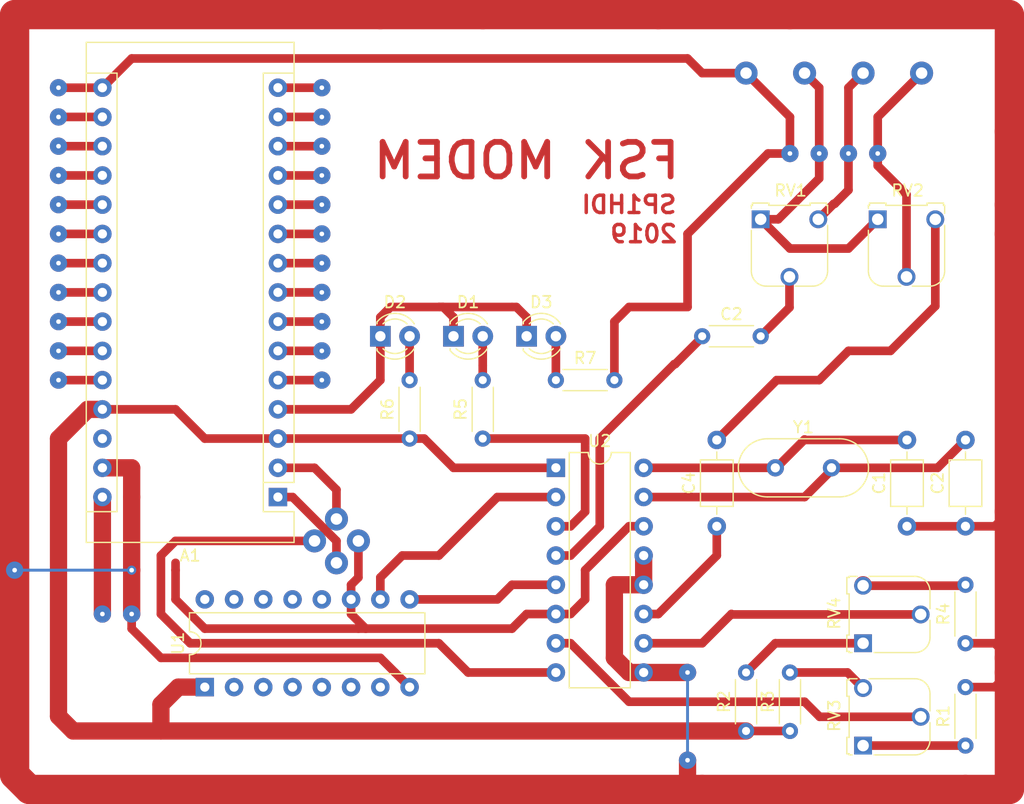
<source format=kicad_pcb>
(kicad_pcb (version 20171130) (host pcbnew "(5.1.4)-1")

  (general
    (thickness 1.6)
    (drawings 0)
    (tracks 474)
    (zones 0)
    (modules 22)
    (nets 1)
  )

  (page A4 portrait)
  (title_block
    (title "FSK MODEM")
    (date 2019-12-12)
    (rev 0.4)
    (company SP1HDI)
    (comment 1 "Wersja poddana procesowi termotransferu")
  )

  (layers
    (0 F.Cu signal)
    (31 B.Cu signal)
    (32 B.Adhes user hide)
    (33 F.Adhes user hide)
    (34 B.Paste user hide)
    (35 F.Paste user hide)
    (36 B.SilkS user hide)
    (37 F.SilkS user)
    (38 B.Mask user hide)
    (39 F.Mask user hide)
    (40 Dwgs.User user hide)
    (41 Cmts.User user hide)
    (42 Eco1.User user hide)
    (43 Eco2.User user hide)
    (44 Edge.Cuts user hide)
    (45 Margin user hide)
    (46 B.CrtYd user hide)
    (47 F.CrtYd user hide)
    (48 B.Fab user hide)
    (49 F.Fab user hide)
  )

  (setup
    (last_trace_width 0.25)
    (user_trace_width 0.75)
    (trace_clearance 0.2)
    (zone_clearance 0.508)
    (zone_45_only no)
    (trace_min 0.2)
    (via_size 0.8)
    (via_drill 0.4)
    (via_min_size 0.4)
    (via_min_drill 0.3)
    (user_via 2 1)
    (uvia_size 0.3)
    (uvia_drill 0.1)
    (uvias_allowed no)
    (uvia_min_size 0.2)
    (uvia_min_drill 0.1)
    (edge_width 0.05)
    (segment_width 0.2)
    (pcb_text_width 0.3)
    (pcb_text_size 1.5 1.5)
    (mod_edge_width 0.12)
    (mod_text_size 1 1)
    (mod_text_width 0.15)
    (pad_size 1.524 1.524)
    (pad_drill 0.762)
    (pad_to_mask_clearance 0.051)
    (solder_mask_min_width 0.25)
    (aux_axis_origin 0 0)
    (visible_elements 7FFFFFFF)
    (pcbplotparams
      (layerselection 0x00000_7fffffff)
      (usegerberextensions false)
      (usegerberattributes false)
      (usegerberadvancedattributes false)
      (creategerberjobfile false)
      (excludeedgelayer true)
      (linewidth 0.100000)
      (plotframeref false)
      (viasonmask true)
      (mode 1)
      (useauxorigin false)
      (hpglpennumber 1)
      (hpglpenspeed 20)
      (hpglpendiameter 15.000000)
      (psnegative false)
      (psa4output false)
      (plotreference true)
      (plotvalue false)
      (plotinvisibletext false)
      (padsonsilk false)
      (subtractmaskfromsilk false)
      (outputformat 4)
      (mirror true)
      (drillshape 0)
      (scaleselection 1)
      (outputdirectory "../elo/"))
  )

  (net 0 "")

  (net_class Default "To jest domyślna klasa połączeń."
    (clearance 0.2)
    (trace_width 0.25)
    (via_dia 0.8)
    (via_drill 0.4)
    (uvia_dia 0.3)
    (uvia_drill 0.1)
  )

  (module Module:Arduino_Nano (layer F.Cu) (tedit 58ACAF70) (tstamp 5DF2BA44)
    (at 88.265 143.51 180)
    (descr "Arduino Nano, http://www.mouser.com/pdfdocs/Gravitech_Arduino_Nano3_0.pdf")
    (tags "Arduino Nano")
    (fp_text reference A1 (at 7.62 -5.08) (layer F.SilkS)
      (effects (font (size 1 1) (thickness 0.15)))
    )
    (fp_text value Arduino_Nano (at 8.89 19.05 90) (layer F.Fab)
      (effects (font (size 1 1) (thickness 0.15)))
    )
    (fp_line (start 16.75 42.16) (end -1.53 42.16) (layer F.CrtYd) (width 0.05))
    (fp_line (start 16.75 42.16) (end 16.75 -4.06) (layer F.CrtYd) (width 0.05))
    (fp_line (start -1.53 -4.06) (end -1.53 42.16) (layer F.CrtYd) (width 0.05))
    (fp_line (start -1.53 -4.06) (end 16.75 -4.06) (layer F.CrtYd) (width 0.05))
    (fp_line (start 16.51 -3.81) (end 16.51 39.37) (layer F.Fab) (width 0.1))
    (fp_line (start 0 -3.81) (end 16.51 -3.81) (layer F.Fab) (width 0.1))
    (fp_line (start -1.27 -2.54) (end 0 -3.81) (layer F.Fab) (width 0.1))
    (fp_line (start -1.27 39.37) (end -1.27 -2.54) (layer F.Fab) (width 0.1))
    (fp_line (start 16.51 39.37) (end -1.27 39.37) (layer F.Fab) (width 0.1))
    (fp_line (start 16.64 -3.94) (end -1.4 -3.94) (layer F.SilkS) (width 0.12))
    (fp_line (start 16.64 39.5) (end 16.64 -3.94) (layer F.SilkS) (width 0.12))
    (fp_line (start -1.4 39.5) (end 16.64 39.5) (layer F.SilkS) (width 0.12))
    (fp_line (start 3.81 41.91) (end 3.81 31.75) (layer F.Fab) (width 0.1))
    (fp_line (start 11.43 41.91) (end 3.81 41.91) (layer F.Fab) (width 0.1))
    (fp_line (start 11.43 31.75) (end 11.43 41.91) (layer F.Fab) (width 0.1))
    (fp_line (start 3.81 31.75) (end 11.43 31.75) (layer F.Fab) (width 0.1))
    (fp_line (start 1.27 36.83) (end -1.4 36.83) (layer F.SilkS) (width 0.12))
    (fp_line (start 1.27 1.27) (end 1.27 36.83) (layer F.SilkS) (width 0.12))
    (fp_line (start 1.27 1.27) (end -1.4 1.27) (layer F.SilkS) (width 0.12))
    (fp_line (start 13.97 36.83) (end 16.64 36.83) (layer F.SilkS) (width 0.12))
    (fp_line (start 13.97 -1.27) (end 13.97 36.83) (layer F.SilkS) (width 0.12))
    (fp_line (start 13.97 -1.27) (end 16.64 -1.27) (layer F.SilkS) (width 0.12))
    (fp_line (start -1.4 -3.94) (end -1.4 -1.27) (layer F.SilkS) (width 0.12))
    (fp_line (start -1.4 1.27) (end -1.4 39.5) (layer F.SilkS) (width 0.12))
    (fp_line (start 1.27 -1.27) (end -1.4 -1.27) (layer F.SilkS) (width 0.12))
    (fp_line (start 1.27 1.27) (end 1.27 -1.27) (layer F.SilkS) (width 0.12))
    (fp_text user %R (at 6.35 19.05 90) (layer F.Fab)
      (effects (font (size 1 1) (thickness 0.15)))
    )
    (pad 16 thru_hole oval (at 15.24 35.56 180) (size 1.6 1.6) (drill 0.8) (layers *.Cu *.Mask))
    (pad 15 thru_hole oval (at 0 35.56 180) (size 1.6 1.6) (drill 0.8) (layers *.Cu *.Mask))
    (pad 30 thru_hole oval (at 15.24 0 180) (size 1.6 1.6) (drill 0.8) (layers *.Cu *.Mask))
    (pad 14 thru_hole oval (at 0 33.02 180) (size 1.6 1.6) (drill 0.8) (layers *.Cu *.Mask))
    (pad 29 thru_hole oval (at 15.24 2.54 180) (size 1.6 1.6) (drill 0.8) (layers *.Cu *.Mask))
    (pad 13 thru_hole oval (at 0 30.48 180) (size 1.6 1.6) (drill 0.8) (layers *.Cu *.Mask))
    (pad 28 thru_hole oval (at 15.24 5.08 180) (size 1.6 1.6) (drill 0.8) (layers *.Cu *.Mask))
    (pad 12 thru_hole oval (at 0 27.94 180) (size 1.6 1.6) (drill 0.8) (layers *.Cu *.Mask))
    (pad 27 thru_hole oval (at 15.24 7.62 180) (size 1.6 1.6) (drill 0.8) (layers *.Cu *.Mask))
    (pad 11 thru_hole oval (at 0 25.4 180) (size 1.6 1.6) (drill 0.8) (layers *.Cu *.Mask))
    (pad 26 thru_hole oval (at 15.24 10.16 180) (size 1.6 1.6) (drill 0.8) (layers *.Cu *.Mask))
    (pad 10 thru_hole oval (at 0 22.86 180) (size 1.6 1.6) (drill 0.8) (layers *.Cu *.Mask))
    (pad 25 thru_hole oval (at 15.24 12.7 180) (size 1.6 1.6) (drill 0.8) (layers *.Cu *.Mask))
    (pad 9 thru_hole oval (at 0 20.32 180) (size 1.6 1.6) (drill 0.8) (layers *.Cu *.Mask))
    (pad 24 thru_hole oval (at 15.24 15.24 180) (size 1.6 1.6) (drill 0.8) (layers *.Cu *.Mask))
    (pad 8 thru_hole oval (at 0 17.78 180) (size 1.6 1.6) (drill 0.8) (layers *.Cu *.Mask))
    (pad 23 thru_hole oval (at 15.24 17.78 180) (size 1.6 1.6) (drill 0.8) (layers *.Cu *.Mask))
    (pad 7 thru_hole oval (at 0 15.24 180) (size 1.6 1.6) (drill 0.8) (layers *.Cu *.Mask))
    (pad 22 thru_hole oval (at 15.24 20.32 180) (size 1.6 1.6) (drill 0.8) (layers *.Cu *.Mask))
    (pad 6 thru_hole oval (at 0 12.7 180) (size 1.6 1.6) (drill 0.8) (layers *.Cu *.Mask))
    (pad 21 thru_hole oval (at 15.24 22.86 180) (size 1.6 1.6) (drill 0.8) (layers *.Cu *.Mask))
    (pad 5 thru_hole oval (at 0 10.16 180) (size 1.6 1.6) (drill 0.8) (layers *.Cu *.Mask))
    (pad 20 thru_hole oval (at 15.24 25.4 180) (size 1.6 1.6) (drill 0.8) (layers *.Cu *.Mask))
    (pad 4 thru_hole oval (at 0 7.62 180) (size 1.6 1.6) (drill 0.8) (layers *.Cu *.Mask))
    (pad 19 thru_hole oval (at 15.24 27.94 180) (size 1.6 1.6) (drill 0.8) (layers *.Cu *.Mask))
    (pad 3 thru_hole oval (at 0 5.08 180) (size 1.6 1.6) (drill 0.8) (layers *.Cu *.Mask))
    (pad 18 thru_hole oval (at 15.24 30.48 180) (size 1.6 1.6) (drill 0.8) (layers *.Cu *.Mask))
    (pad 2 thru_hole oval (at 0 2.54 180) (size 1.6 1.6) (drill 0.8) (layers *.Cu *.Mask))
    (pad 17 thru_hole oval (at 15.24 33.02 180) (size 1.6 1.6) (drill 0.8) (layers *.Cu *.Mask))
    (pad 1 thru_hole rect (at 0 0 180) (size 1.6 1.6) (drill 0.8) (layers *.Cu *.Mask))
    (model ${KISYS3DMOD}/Module.3dshapes/Arduino_Nano_WithMountingHoles.wrl
      (at (xyz 0 0 0))
      (scale (xyz 1 1 1))
      (rotate (xyz 0 0 0))
    )
  )

  (module Resistor_THT:R_Axial_DIN0204_L3.6mm_D1.6mm_P5.08mm_Horizontal (layer F.Cu) (tedit 5AE5139B) (tstamp 5DF3125A)
    (at 132.715 163.83 90)
    (descr "Resistor, Axial_DIN0204 series, Axial, Horizontal, pin pitch=5.08mm, 0.167W, length*diameter=3.6*1.6mm^2, http://cdn-reichelt.de/documents/datenblatt/B400/1_4W%23YAG.pdf")
    (tags "Resistor Axial_DIN0204 series Axial Horizontal pin pitch 5.08mm 0.167W length 3.6mm diameter 1.6mm")
    (fp_text reference R3 (at 2.54 -1.92 90) (layer F.SilkS)
      (effects (font (size 1 1) (thickness 0.15)))
    )
    (fp_text value R_Axial_DIN0204_L3.6mm_D1.6mm_P5.08mm_Horizontal (at 2.54 1.92 90) (layer F.Fab)
      (effects (font (size 1 1) (thickness 0.15)))
    )
    (fp_text user %R (at 2.54 0 90) (layer F.Fab)
      (effects (font (size 0.72 0.72) (thickness 0.108)))
    )
    (fp_line (start 6.03 -1.05) (end -0.95 -1.05) (layer F.CrtYd) (width 0.05))
    (fp_line (start 6.03 1.05) (end 6.03 -1.05) (layer F.CrtYd) (width 0.05))
    (fp_line (start -0.95 1.05) (end 6.03 1.05) (layer F.CrtYd) (width 0.05))
    (fp_line (start -0.95 -1.05) (end -0.95 1.05) (layer F.CrtYd) (width 0.05))
    (fp_line (start 0.62 0.92) (end 4.46 0.92) (layer F.SilkS) (width 0.12))
    (fp_line (start 0.62 -0.92) (end 4.46 -0.92) (layer F.SilkS) (width 0.12))
    (fp_line (start 5.08 0) (end 4.34 0) (layer F.Fab) (width 0.1))
    (fp_line (start 0 0) (end 0.74 0) (layer F.Fab) (width 0.1))
    (fp_line (start 4.34 -0.8) (end 0.74 -0.8) (layer F.Fab) (width 0.1))
    (fp_line (start 4.34 0.8) (end 4.34 -0.8) (layer F.Fab) (width 0.1))
    (fp_line (start 0.74 0.8) (end 4.34 0.8) (layer F.Fab) (width 0.1))
    (fp_line (start 0.74 -0.8) (end 0.74 0.8) (layer F.Fab) (width 0.1))
    (pad 2 thru_hole oval (at 5.08 0 90) (size 1.4 1.4) (drill 0.7) (layers *.Cu *.Mask))
    (pad 1 thru_hole circle (at 0 0 90) (size 1.4 1.4) (drill 0.7) (layers *.Cu *.Mask))
    (model ${KISYS3DMOD}/Resistor_THT.3dshapes/R_Axial_DIN0204_L3.6mm_D1.6mm_P5.08mm_Horizontal.wrl
      (at (xyz 0 0 0))
      (scale (xyz 1 1 1))
      (rotate (xyz 0 0 0))
    )
  )

  (module Resistor_THT:R_Axial_DIN0204_L3.6mm_D1.6mm_P5.08mm_Horizontal (layer F.Cu) (tedit 5AE5139B) (tstamp 5DF31211)
    (at 128.905 163.83 90)
    (descr "Resistor, Axial_DIN0204 series, Axial, Horizontal, pin pitch=5.08mm, 0.167W, length*diameter=3.6*1.6mm^2, http://cdn-reichelt.de/documents/datenblatt/B400/1_4W%23YAG.pdf")
    (tags "Resistor Axial_DIN0204 series Axial Horizontal pin pitch 5.08mm 0.167W length 3.6mm diameter 1.6mm")
    (fp_text reference R2 (at 2.54 -1.92 90) (layer F.SilkS)
      (effects (font (size 1 1) (thickness 0.15)))
    )
    (fp_text value R_Axial_DIN0204_L3.6mm_D1.6mm_P5.08mm_Horizontal (at 2.54 1.92 90) (layer F.Fab)
      (effects (font (size 1 1) (thickness 0.15)))
    )
    (fp_text user %R (at 2.54 0 90) (layer F.Fab)
      (effects (font (size 0.72 0.72) (thickness 0.108)))
    )
    (fp_line (start 6.03 -1.05) (end -0.95 -1.05) (layer F.CrtYd) (width 0.05))
    (fp_line (start 6.03 1.05) (end 6.03 -1.05) (layer F.CrtYd) (width 0.05))
    (fp_line (start -0.95 1.05) (end 6.03 1.05) (layer F.CrtYd) (width 0.05))
    (fp_line (start -0.95 -1.05) (end -0.95 1.05) (layer F.CrtYd) (width 0.05))
    (fp_line (start 0.62 0.92) (end 4.46 0.92) (layer F.SilkS) (width 0.12))
    (fp_line (start 0.62 -0.92) (end 4.46 -0.92) (layer F.SilkS) (width 0.12))
    (fp_line (start 5.08 0) (end 4.34 0) (layer F.Fab) (width 0.1))
    (fp_line (start 0 0) (end 0.74 0) (layer F.Fab) (width 0.1))
    (fp_line (start 4.34 -0.8) (end 0.74 -0.8) (layer F.Fab) (width 0.1))
    (fp_line (start 4.34 0.8) (end 4.34 -0.8) (layer F.Fab) (width 0.1))
    (fp_line (start 0.74 0.8) (end 4.34 0.8) (layer F.Fab) (width 0.1))
    (fp_line (start 0.74 -0.8) (end 0.74 0.8) (layer F.Fab) (width 0.1))
    (pad 2 thru_hole oval (at 5.08 0 90) (size 1.4 1.4) (drill 0.7) (layers *.Cu *.Mask))
    (pad 1 thru_hole circle (at 0 0 90) (size 1.4 1.4) (drill 0.7) (layers *.Cu *.Mask))
    (model ${KISYS3DMOD}/Resistor_THT.3dshapes/R_Axial_DIN0204_L3.6mm_D1.6mm_P5.08mm_Horizontal.wrl
      (at (xyz 0 0 0))
      (scale (xyz 1 1 1))
      (rotate (xyz 0 0 0))
    )
  )

  (module Capacitor_THT:C_Axial_L3.8mm_D2.6mm_P7.50mm_Horizontal (layer F.Cu) (tedit 5AE50EF0) (tstamp 5DF3112E)
    (at 126.365 146.05 90)
    (descr "C, Axial series, Axial, Horizontal, pin pitch=7.5mm, , length*diameter=3.8*2.6mm^2, http://www.vishay.com/docs/45231/arseries.pdf")
    (tags "C Axial series Axial Horizontal pin pitch 7.5mm  length 3.8mm diameter 2.6mm")
    (fp_text reference C4 (at 3.75 -2.42 90) (layer F.SilkS)
      (effects (font (size 1 1) (thickness 0.15)))
    )
    (fp_text value C_Axial_L3.8mm_D2.6mm_P7.50mm_Horizontal (at 3.75 2.42 90) (layer F.Fab)
      (effects (font (size 1 1) (thickness 0.15)))
    )
    (fp_text user %R (at 3.75 0 90) (layer F.Fab)
      (effects (font (size 0.76 0.76) (thickness 0.114)))
    )
    (fp_line (start 8.55 -1.55) (end -1.05 -1.55) (layer F.CrtYd) (width 0.05))
    (fp_line (start 8.55 1.55) (end 8.55 -1.55) (layer F.CrtYd) (width 0.05))
    (fp_line (start -1.05 1.55) (end 8.55 1.55) (layer F.CrtYd) (width 0.05))
    (fp_line (start -1.05 -1.55) (end -1.05 1.55) (layer F.CrtYd) (width 0.05))
    (fp_line (start 6.46 0) (end 5.77 0) (layer F.SilkS) (width 0.12))
    (fp_line (start 1.04 0) (end 1.73 0) (layer F.SilkS) (width 0.12))
    (fp_line (start 5.77 -1.42) (end 1.73 -1.42) (layer F.SilkS) (width 0.12))
    (fp_line (start 5.77 1.42) (end 5.77 -1.42) (layer F.SilkS) (width 0.12))
    (fp_line (start 1.73 1.42) (end 5.77 1.42) (layer F.SilkS) (width 0.12))
    (fp_line (start 1.73 -1.42) (end 1.73 1.42) (layer F.SilkS) (width 0.12))
    (fp_line (start 7.5 0) (end 5.65 0) (layer F.Fab) (width 0.1))
    (fp_line (start 0 0) (end 1.85 0) (layer F.Fab) (width 0.1))
    (fp_line (start 5.65 -1.3) (end 1.85 -1.3) (layer F.Fab) (width 0.1))
    (fp_line (start 5.65 1.3) (end 5.65 -1.3) (layer F.Fab) (width 0.1))
    (fp_line (start 1.85 1.3) (end 5.65 1.3) (layer F.Fab) (width 0.1))
    (fp_line (start 1.85 -1.3) (end 1.85 1.3) (layer F.Fab) (width 0.1))
    (pad 2 thru_hole oval (at 7.5 0 90) (size 1.6 1.6) (drill 0.8) (layers *.Cu *.Mask))
    (pad 1 thru_hole circle (at 0 0 90) (size 1.6 1.6) (drill 0.8) (layers *.Cu *.Mask))
    (model ${KISYS3DMOD}/Capacitor_THT.3dshapes/C_Axial_L3.8mm_D2.6mm_P7.50mm_Horizontal.wrl
      (at (xyz 0 0 0))
      (scale (xyz 1 1 1))
      (rotate (xyz 0 0 0))
    )
  )

  (module Capacitor_THT:C_Axial_L3.8mm_D2.6mm_P7.50mm_Horizontal (layer F.Cu) (tedit 5AE50EF0) (tstamp 5DF30E86)
    (at 147.955 146.05 90)
    (descr "C, Axial series, Axial, Horizontal, pin pitch=7.5mm, , length*diameter=3.8*2.6mm^2, http://www.vishay.com/docs/45231/arseries.pdf")
    (tags "C Axial series Axial Horizontal pin pitch 7.5mm  length 3.8mm diameter 2.6mm")
    (fp_text reference C2 (at 3.75 -2.42 90) (layer F.SilkS)
      (effects (font (size 1 1) (thickness 0.15)))
    )
    (fp_text value C_Axial_L3.8mm_D2.6mm_P7.50mm_Horizontal (at 3.75 2.42 90) (layer F.Fab)
      (effects (font (size 1 1) (thickness 0.15)))
    )
    (fp_text user %R (at 3.75 0 90) (layer F.Fab)
      (effects (font (size 0.76 0.76) (thickness 0.114)))
    )
    (fp_line (start 8.55 -1.55) (end -1.05 -1.55) (layer F.CrtYd) (width 0.05))
    (fp_line (start 8.55 1.55) (end 8.55 -1.55) (layer F.CrtYd) (width 0.05))
    (fp_line (start -1.05 1.55) (end 8.55 1.55) (layer F.CrtYd) (width 0.05))
    (fp_line (start -1.05 -1.55) (end -1.05 1.55) (layer F.CrtYd) (width 0.05))
    (fp_line (start 6.46 0) (end 5.77 0) (layer F.SilkS) (width 0.12))
    (fp_line (start 1.04 0) (end 1.73 0) (layer F.SilkS) (width 0.12))
    (fp_line (start 5.77 -1.42) (end 1.73 -1.42) (layer F.SilkS) (width 0.12))
    (fp_line (start 5.77 1.42) (end 5.77 -1.42) (layer F.SilkS) (width 0.12))
    (fp_line (start 1.73 1.42) (end 5.77 1.42) (layer F.SilkS) (width 0.12))
    (fp_line (start 1.73 -1.42) (end 1.73 1.42) (layer F.SilkS) (width 0.12))
    (fp_line (start 7.5 0) (end 5.65 0) (layer F.Fab) (width 0.1))
    (fp_line (start 0 0) (end 1.85 0) (layer F.Fab) (width 0.1))
    (fp_line (start 5.65 -1.3) (end 1.85 -1.3) (layer F.Fab) (width 0.1))
    (fp_line (start 5.65 1.3) (end 5.65 -1.3) (layer F.Fab) (width 0.1))
    (fp_line (start 1.85 1.3) (end 5.65 1.3) (layer F.Fab) (width 0.1))
    (fp_line (start 1.85 -1.3) (end 1.85 1.3) (layer F.Fab) (width 0.1))
    (pad 2 thru_hole oval (at 7.5 0 90) (size 1.6 1.6) (drill 0.8) (layers *.Cu *.Mask))
    (pad 1 thru_hole circle (at 0 0 90) (size 1.6 1.6) (drill 0.8) (layers *.Cu *.Mask))
    (model ${KISYS3DMOD}/Capacitor_THT.3dshapes/C_Axial_L3.8mm_D2.6mm_P7.50mm_Horizontal.wrl
      (at (xyz 0 0 0))
      (scale (xyz 1 1 1))
      (rotate (xyz 0 0 0))
    )
  )

  (module Capacitor_THT:C_Axial_L3.8mm_D2.6mm_P7.50mm_Horizontal (layer F.Cu) (tedit 5AE50EF0) (tstamp 5DF30E2D)
    (at 142.875 146.05 90)
    (descr "C, Axial series, Axial, Horizontal, pin pitch=7.5mm, , length*diameter=3.8*2.6mm^2, http://www.vishay.com/docs/45231/arseries.pdf")
    (tags "C Axial series Axial Horizontal pin pitch 7.5mm  length 3.8mm diameter 2.6mm")
    (fp_text reference C1 (at 3.75 -2.42 90) (layer F.SilkS)
      (effects (font (size 1 1) (thickness 0.15)))
    )
    (fp_text value C_Axial_L3.8mm_D2.6mm_P7.50mm_Horizontal (at 3.75 2.42 90) (layer F.Fab)
      (effects (font (size 1 1) (thickness 0.15)))
    )
    (fp_text user %R (at 3.75 0 90) (layer F.Fab)
      (effects (font (size 0.76 0.76) (thickness 0.114)))
    )
    (fp_line (start 8.55 -1.55) (end -1.05 -1.55) (layer F.CrtYd) (width 0.05))
    (fp_line (start 8.55 1.55) (end 8.55 -1.55) (layer F.CrtYd) (width 0.05))
    (fp_line (start -1.05 1.55) (end 8.55 1.55) (layer F.CrtYd) (width 0.05))
    (fp_line (start -1.05 -1.55) (end -1.05 1.55) (layer F.CrtYd) (width 0.05))
    (fp_line (start 6.46 0) (end 5.77 0) (layer F.SilkS) (width 0.12))
    (fp_line (start 1.04 0) (end 1.73 0) (layer F.SilkS) (width 0.12))
    (fp_line (start 5.77 -1.42) (end 1.73 -1.42) (layer F.SilkS) (width 0.12))
    (fp_line (start 5.77 1.42) (end 5.77 -1.42) (layer F.SilkS) (width 0.12))
    (fp_line (start 1.73 1.42) (end 5.77 1.42) (layer F.SilkS) (width 0.12))
    (fp_line (start 1.73 -1.42) (end 1.73 1.42) (layer F.SilkS) (width 0.12))
    (fp_line (start 7.5 0) (end 5.65 0) (layer F.Fab) (width 0.1))
    (fp_line (start 0 0) (end 1.85 0) (layer F.Fab) (width 0.1))
    (fp_line (start 5.65 -1.3) (end 1.85 -1.3) (layer F.Fab) (width 0.1))
    (fp_line (start 5.65 1.3) (end 5.65 -1.3) (layer F.Fab) (width 0.1))
    (fp_line (start 1.85 1.3) (end 5.65 1.3) (layer F.Fab) (width 0.1))
    (fp_line (start 1.85 -1.3) (end 1.85 1.3) (layer F.Fab) (width 0.1))
    (pad 2 thru_hole oval (at 7.5 0 90) (size 1.6 1.6) (drill 0.8) (layers *.Cu *.Mask))
    (pad 1 thru_hole circle (at 0 0 90) (size 1.6 1.6) (drill 0.8) (layers *.Cu *.Mask))
    (model ${KISYS3DMOD}/Capacitor_THT.3dshapes/C_Axial_L3.8mm_D2.6mm_P7.50mm_Horizontal.wrl
      (at (xyz 0 0 0))
      (scale (xyz 1 1 1))
      (rotate (xyz 0 0 0))
    )
  )

  (module Resistor_THT:R_Axial_DIN0204_L3.6mm_D1.6mm_P5.08mm_Horizontal (layer F.Cu) (tedit 5AE5139B) (tstamp 5DF2EC9C)
    (at 106.045 138.43 90)
    (descr "Resistor, Axial_DIN0204 series, Axial, Horizontal, pin pitch=5.08mm, 0.167W, length*diameter=3.6*1.6mm^2, http://cdn-reichelt.de/documents/datenblatt/B400/1_4W%23YAG.pdf")
    (tags "Resistor Axial_DIN0204 series Axial Horizontal pin pitch 5.08mm 0.167W length 3.6mm diameter 1.6mm")
    (fp_text reference R5 (at 2.54 -1.92 90) (layer F.SilkS)
      (effects (font (size 1 1) (thickness 0.15)))
    )
    (fp_text value R_Axial_DIN0204_L3.6mm_D1.6mm_P5.08mm_Horizontal (at 2.54 1.92 90) (layer F.Fab)
      (effects (font (size 1 1) (thickness 0.15)))
    )
    (fp_text user %R (at 2.54 0 90) (layer F.Fab)
      (effects (font (size 0.72 0.72) (thickness 0.108)))
    )
    (fp_line (start 6.03 -1.05) (end -0.95 -1.05) (layer F.CrtYd) (width 0.05))
    (fp_line (start 6.03 1.05) (end 6.03 -1.05) (layer F.CrtYd) (width 0.05))
    (fp_line (start -0.95 1.05) (end 6.03 1.05) (layer F.CrtYd) (width 0.05))
    (fp_line (start -0.95 -1.05) (end -0.95 1.05) (layer F.CrtYd) (width 0.05))
    (fp_line (start 0.62 0.92) (end 4.46 0.92) (layer F.SilkS) (width 0.12))
    (fp_line (start 0.62 -0.92) (end 4.46 -0.92) (layer F.SilkS) (width 0.12))
    (fp_line (start 5.08 0) (end 4.34 0) (layer F.Fab) (width 0.1))
    (fp_line (start 0 0) (end 0.74 0) (layer F.Fab) (width 0.1))
    (fp_line (start 4.34 -0.8) (end 0.74 -0.8) (layer F.Fab) (width 0.1))
    (fp_line (start 4.34 0.8) (end 4.34 -0.8) (layer F.Fab) (width 0.1))
    (fp_line (start 0.74 0.8) (end 4.34 0.8) (layer F.Fab) (width 0.1))
    (fp_line (start 0.74 -0.8) (end 0.74 0.8) (layer F.Fab) (width 0.1))
    (pad 2 thru_hole oval (at 5.08 0 90) (size 1.4 1.4) (drill 0.7) (layers *.Cu *.Mask))
    (pad 1 thru_hole circle (at 0 0 90) (size 1.4 1.4) (drill 0.7) (layers *.Cu *.Mask))
    (model ${KISYS3DMOD}/Resistor_THT.3dshapes/R_Axial_DIN0204_L3.6mm_D1.6mm_P5.08mm_Horizontal.wrl
      (at (xyz 0 0 0))
      (scale (xyz 1 1 1))
      (rotate (xyz 0 0 0))
    )
  )

  (module Resistor_THT:R_Axial_DIN0204_L3.6mm_D1.6mm_P5.08mm_Horizontal (layer F.Cu) (tedit 5AE5139B) (tstamp 5DF2EC53)
    (at 99.695 138.43 90)
    (descr "Resistor, Axial_DIN0204 series, Axial, Horizontal, pin pitch=5.08mm, 0.167W, length*diameter=3.6*1.6mm^2, http://cdn-reichelt.de/documents/datenblatt/B400/1_4W%23YAG.pdf")
    (tags "Resistor Axial_DIN0204 series Axial Horizontal pin pitch 5.08mm 0.167W length 3.6mm diameter 1.6mm")
    (fp_text reference R6 (at 2.54 -1.92 90) (layer F.SilkS)
      (effects (font (size 1 1) (thickness 0.15)))
    )
    (fp_text value R_Axial_DIN0204_L3.6mm_D1.6mm_P5.08mm_Horizontal (at 2.54 1.92 90) (layer F.Fab)
      (effects (font (size 1 1) (thickness 0.15)))
    )
    (fp_text user %R (at 2.54 0 90) (layer F.Fab)
      (effects (font (size 0.72 0.72) (thickness 0.108)))
    )
    (fp_line (start 6.03 -1.05) (end -0.95 -1.05) (layer F.CrtYd) (width 0.05))
    (fp_line (start 6.03 1.05) (end 6.03 -1.05) (layer F.CrtYd) (width 0.05))
    (fp_line (start -0.95 1.05) (end 6.03 1.05) (layer F.CrtYd) (width 0.05))
    (fp_line (start -0.95 -1.05) (end -0.95 1.05) (layer F.CrtYd) (width 0.05))
    (fp_line (start 0.62 0.92) (end 4.46 0.92) (layer F.SilkS) (width 0.12))
    (fp_line (start 0.62 -0.92) (end 4.46 -0.92) (layer F.SilkS) (width 0.12))
    (fp_line (start 5.08 0) (end 4.34 0) (layer F.Fab) (width 0.1))
    (fp_line (start 0 0) (end 0.74 0) (layer F.Fab) (width 0.1))
    (fp_line (start 4.34 -0.8) (end 0.74 -0.8) (layer F.Fab) (width 0.1))
    (fp_line (start 4.34 0.8) (end 4.34 -0.8) (layer F.Fab) (width 0.1))
    (fp_line (start 0.74 0.8) (end 4.34 0.8) (layer F.Fab) (width 0.1))
    (fp_line (start 0.74 -0.8) (end 0.74 0.8) (layer F.Fab) (width 0.1))
    (pad 2 thru_hole oval (at 5.08 0 90) (size 1.4 1.4) (drill 0.7) (layers *.Cu *.Mask))
    (pad 1 thru_hole circle (at 0 0 90) (size 1.4 1.4) (drill 0.7) (layers *.Cu *.Mask))
    (model ${KISYS3DMOD}/Resistor_THT.3dshapes/R_Axial_DIN0204_L3.6mm_D1.6mm_P5.08mm_Horizontal.wrl
      (at (xyz 0 0 0))
      (scale (xyz 1 1 1))
      (rotate (xyz 0 0 0))
    )
  )

  (module Resistor_THT:R_Axial_DIN0204_L3.6mm_D1.6mm_P5.08mm_Horizontal (layer F.Cu) (tedit 5AE5139B) (tstamp 5DF2EC0A)
    (at 112.395 133.35)
    (descr "Resistor, Axial_DIN0204 series, Axial, Horizontal, pin pitch=5.08mm, 0.167W, length*diameter=3.6*1.6mm^2, http://cdn-reichelt.de/documents/datenblatt/B400/1_4W%23YAG.pdf")
    (tags "Resistor Axial_DIN0204 series Axial Horizontal pin pitch 5.08mm 0.167W length 3.6mm diameter 1.6mm")
    (fp_text reference R7 (at 2.54 -1.92) (layer F.SilkS)
      (effects (font (size 1 1) (thickness 0.15)))
    )
    (fp_text value R_Axial_DIN0204_L3.6mm_D1.6mm_P5.08mm_Horizontal (at 2.54 1.92) (layer F.Fab)
      (effects (font (size 1 1) (thickness 0.15)))
    )
    (fp_text user %R (at 2.54 0) (layer F.Fab)
      (effects (font (size 0.72 0.72) (thickness 0.108)))
    )
    (fp_line (start 6.03 -1.05) (end -0.95 -1.05) (layer F.CrtYd) (width 0.05))
    (fp_line (start 6.03 1.05) (end 6.03 -1.05) (layer F.CrtYd) (width 0.05))
    (fp_line (start -0.95 1.05) (end 6.03 1.05) (layer F.CrtYd) (width 0.05))
    (fp_line (start -0.95 -1.05) (end -0.95 1.05) (layer F.CrtYd) (width 0.05))
    (fp_line (start 0.62 0.92) (end 4.46 0.92) (layer F.SilkS) (width 0.12))
    (fp_line (start 0.62 -0.92) (end 4.46 -0.92) (layer F.SilkS) (width 0.12))
    (fp_line (start 5.08 0) (end 4.34 0) (layer F.Fab) (width 0.1))
    (fp_line (start 0 0) (end 0.74 0) (layer F.Fab) (width 0.1))
    (fp_line (start 4.34 -0.8) (end 0.74 -0.8) (layer F.Fab) (width 0.1))
    (fp_line (start 4.34 0.8) (end 4.34 -0.8) (layer F.Fab) (width 0.1))
    (fp_line (start 0.74 0.8) (end 4.34 0.8) (layer F.Fab) (width 0.1))
    (fp_line (start 0.74 -0.8) (end 0.74 0.8) (layer F.Fab) (width 0.1))
    (pad 2 thru_hole oval (at 5.08 0) (size 1.4 1.4) (drill 0.7) (layers *.Cu *.Mask))
    (pad 1 thru_hole circle (at 0 0) (size 1.4 1.4) (drill 0.7) (layers *.Cu *.Mask))
    (model ${KISYS3DMOD}/Resistor_THT.3dshapes/R_Axial_DIN0204_L3.6mm_D1.6mm_P5.08mm_Horizontal.wrl
      (at (xyz 0 0 0))
      (scale (xyz 1 1 1))
      (rotate (xyz 0 0 0))
    )
  )

  (module Resistor_THT:R_Axial_DIN0204_L3.6mm_D1.6mm_P5.08mm_Horizontal (layer F.Cu) (tedit 5AE5139B) (tstamp 5DF2EBAF)
    (at 125.095 129.54)
    (descr "Resistor, Axial_DIN0204 series, Axial, Horizontal, pin pitch=5.08mm, 0.167W, length*diameter=3.6*1.6mm^2, http://cdn-reichelt.de/documents/datenblatt/B400/1_4W%23YAG.pdf")
    (tags "Resistor Axial_DIN0204 series Axial Horizontal pin pitch 5.08mm 0.167W length 3.6mm diameter 1.6mm")
    (fp_text reference C2 (at 2.54 -1.92) (layer F.SilkS)
      (effects (font (size 1 1) (thickness 0.15)))
    )
    (fp_text value R_Axial_DIN0204_L3.6mm_D1.6mm_P5.08mm_Horizontal (at 2.54 1.92) (layer F.Fab)
      (effects (font (size 1 1) (thickness 0.15)))
    )
    (fp_text user %R (at 2.54 0) (layer F.Fab)
      (effects (font (size 0.72 0.72) (thickness 0.108)))
    )
    (fp_line (start 6.03 -1.05) (end -0.95 -1.05) (layer F.CrtYd) (width 0.05))
    (fp_line (start 6.03 1.05) (end 6.03 -1.05) (layer F.CrtYd) (width 0.05))
    (fp_line (start -0.95 1.05) (end 6.03 1.05) (layer F.CrtYd) (width 0.05))
    (fp_line (start -0.95 -1.05) (end -0.95 1.05) (layer F.CrtYd) (width 0.05))
    (fp_line (start 0.62 0.92) (end 4.46 0.92) (layer F.SilkS) (width 0.12))
    (fp_line (start 0.62 -0.92) (end 4.46 -0.92) (layer F.SilkS) (width 0.12))
    (fp_line (start 5.08 0) (end 4.34 0) (layer F.Fab) (width 0.1))
    (fp_line (start 0 0) (end 0.74 0) (layer F.Fab) (width 0.1))
    (fp_line (start 4.34 -0.8) (end 0.74 -0.8) (layer F.Fab) (width 0.1))
    (fp_line (start 4.34 0.8) (end 4.34 -0.8) (layer F.Fab) (width 0.1))
    (fp_line (start 0.74 0.8) (end 4.34 0.8) (layer F.Fab) (width 0.1))
    (fp_line (start 0.74 -0.8) (end 0.74 0.8) (layer F.Fab) (width 0.1))
    (pad 2 thru_hole oval (at 5.08 0) (size 1.4 1.4) (drill 0.7) (layers *.Cu *.Mask))
    (pad 1 thru_hole circle (at 0 0) (size 1.4 1.4) (drill 0.7) (layers *.Cu *.Mask))
    (model ${KISYS3DMOD}/Resistor_THT.3dshapes/R_Axial_DIN0204_L3.6mm_D1.6mm_P5.08mm_Horizontal.wrl
      (at (xyz 0 0 0))
      (scale (xyz 1 1 1))
      (rotate (xyz 0 0 0))
    )
  )

  (module Resistor_THT:R_Axial_DIN0204_L3.6mm_D1.6mm_P5.08mm_Horizontal (layer F.Cu) (tedit 5AE5139B) (tstamp 5DF2EA6E)
    (at 147.955 165.1 90)
    (descr "Resistor, Axial_DIN0204 series, Axial, Horizontal, pin pitch=5.08mm, 0.167W, length*diameter=3.6*1.6mm^2, http://cdn-reichelt.de/documents/datenblatt/B400/1_4W%23YAG.pdf")
    (tags "Resistor Axial_DIN0204 series Axial Horizontal pin pitch 5.08mm 0.167W length 3.6mm diameter 1.6mm")
    (fp_text reference R1 (at 2.54 -1.92 90) (layer F.SilkS)
      (effects (font (size 1 1) (thickness 0.15)))
    )
    (fp_text value R_Axial_DIN0204_L3.6mm_D1.6mm_P5.08mm_Horizontal (at 2.54 1.92 90) (layer F.Fab)
      (effects (font (size 1 1) (thickness 0.15)))
    )
    (fp_text user %R (at 2.54 0 90) (layer F.Fab)
      (effects (font (size 0.72 0.72) (thickness 0.108)))
    )
    (fp_line (start 6.03 -1.05) (end -0.95 -1.05) (layer F.CrtYd) (width 0.05))
    (fp_line (start 6.03 1.05) (end 6.03 -1.05) (layer F.CrtYd) (width 0.05))
    (fp_line (start -0.95 1.05) (end 6.03 1.05) (layer F.CrtYd) (width 0.05))
    (fp_line (start -0.95 -1.05) (end -0.95 1.05) (layer F.CrtYd) (width 0.05))
    (fp_line (start 0.62 0.92) (end 4.46 0.92) (layer F.SilkS) (width 0.12))
    (fp_line (start 0.62 -0.92) (end 4.46 -0.92) (layer F.SilkS) (width 0.12))
    (fp_line (start 5.08 0) (end 4.34 0) (layer F.Fab) (width 0.1))
    (fp_line (start 0 0) (end 0.74 0) (layer F.Fab) (width 0.1))
    (fp_line (start 4.34 -0.8) (end 0.74 -0.8) (layer F.Fab) (width 0.1))
    (fp_line (start 4.34 0.8) (end 4.34 -0.8) (layer F.Fab) (width 0.1))
    (fp_line (start 0.74 0.8) (end 4.34 0.8) (layer F.Fab) (width 0.1))
    (fp_line (start 0.74 -0.8) (end 0.74 0.8) (layer F.Fab) (width 0.1))
    (pad 2 thru_hole oval (at 5.08 0 90) (size 1.4 1.4) (drill 0.7) (layers *.Cu *.Mask))
    (pad 1 thru_hole circle (at 0 0 90) (size 1.4 1.4) (drill 0.7) (layers *.Cu *.Mask))
    (model ${KISYS3DMOD}/Resistor_THT.3dshapes/R_Axial_DIN0204_L3.6mm_D1.6mm_P5.08mm_Horizontal.wrl
      (at (xyz 0 0 0))
      (scale (xyz 1 1 1))
      (rotate (xyz 0 0 0))
    )
  )

  (module Resistor_THT:R_Axial_DIN0204_L3.6mm_D1.6mm_P5.08mm_Horizontal (layer F.Cu) (tedit 5AE5139B) (tstamp 5DF2EA13)
    (at 147.955 156.21 90)
    (descr "Resistor, Axial_DIN0204 series, Axial, Horizontal, pin pitch=5.08mm, 0.167W, length*diameter=3.6*1.6mm^2, http://cdn-reichelt.de/documents/datenblatt/B400/1_4W%23YAG.pdf")
    (tags "Resistor Axial_DIN0204 series Axial Horizontal pin pitch 5.08mm 0.167W length 3.6mm diameter 1.6mm")
    (fp_text reference R4 (at 2.54 -1.92 90) (layer F.SilkS)
      (effects (font (size 1 1) (thickness 0.15)))
    )
    (fp_text value R_Axial_DIN0204_L3.6mm_D1.6mm_P5.08mm_Horizontal (at 2.54 1.92 90) (layer F.Fab)
      (effects (font (size 1 1) (thickness 0.15)))
    )
    (fp_text user %R (at 2.54 0 90) (layer F.Fab)
      (effects (font (size 0.72 0.72) (thickness 0.108)))
    )
    (fp_line (start 6.03 -1.05) (end -0.95 -1.05) (layer F.CrtYd) (width 0.05))
    (fp_line (start 6.03 1.05) (end 6.03 -1.05) (layer F.CrtYd) (width 0.05))
    (fp_line (start -0.95 1.05) (end 6.03 1.05) (layer F.CrtYd) (width 0.05))
    (fp_line (start -0.95 -1.05) (end -0.95 1.05) (layer F.CrtYd) (width 0.05))
    (fp_line (start 0.62 0.92) (end 4.46 0.92) (layer F.SilkS) (width 0.12))
    (fp_line (start 0.62 -0.92) (end 4.46 -0.92) (layer F.SilkS) (width 0.12))
    (fp_line (start 5.08 0) (end 4.34 0) (layer F.Fab) (width 0.1))
    (fp_line (start 0 0) (end 0.74 0) (layer F.Fab) (width 0.1))
    (fp_line (start 4.34 -0.8) (end 0.74 -0.8) (layer F.Fab) (width 0.1))
    (fp_line (start 4.34 0.8) (end 4.34 -0.8) (layer F.Fab) (width 0.1))
    (fp_line (start 0.74 0.8) (end 4.34 0.8) (layer F.Fab) (width 0.1))
    (fp_line (start 0.74 -0.8) (end 0.74 0.8) (layer F.Fab) (width 0.1))
    (pad 2 thru_hole oval (at 5.08 0 90) (size 1.4 1.4) (drill 0.7) (layers *.Cu *.Mask))
    (pad 1 thru_hole circle (at 0 0 90) (size 1.4 1.4) (drill 0.7) (layers *.Cu *.Mask))
    (model ${KISYS3DMOD}/Resistor_THT.3dshapes/R_Axial_DIN0204_L3.6mm_D1.6mm_P5.08mm_Horizontal.wrl
      (at (xyz 0 0 0))
      (scale (xyz 1 1 1))
      (rotate (xyz 0 0 0))
    )
  )

  (module Crystal:Crystal_HC49-U_Vertical (layer F.Cu) (tedit 5A1AD3B8) (tstamp 5DF2E43B)
    (at 131.445 140.97)
    (descr "Crystal THT HC-49/U http://5hertz.com/pdfs/04404_D.pdf")
    (tags "THT crystalHC-49/U")
    (fp_text reference Y1 (at 2.44 -3.525) (layer F.SilkS)
      (effects (font (size 1 1) (thickness 0.15)))
    )
    (fp_text value Crystal_HC49-U_Vertical (at 2.44 3.525) (layer F.Fab)
      (effects (font (size 1 1) (thickness 0.15)))
    )
    (fp_arc (start 5.565 0) (end 5.565 -2.525) (angle 180) (layer F.SilkS) (width 0.12))
    (fp_arc (start -0.685 0) (end -0.685 -2.525) (angle -180) (layer F.SilkS) (width 0.12))
    (fp_arc (start 5.44 0) (end 5.44 -2) (angle 180) (layer F.Fab) (width 0.1))
    (fp_arc (start -0.56 0) (end -0.56 -2) (angle -180) (layer F.Fab) (width 0.1))
    (fp_arc (start 5.565 0) (end 5.565 -2.325) (angle 180) (layer F.Fab) (width 0.1))
    (fp_arc (start -0.685 0) (end -0.685 -2.325) (angle -180) (layer F.Fab) (width 0.1))
    (fp_line (start 8.4 -2.8) (end -3.5 -2.8) (layer F.CrtYd) (width 0.05))
    (fp_line (start 8.4 2.8) (end 8.4 -2.8) (layer F.CrtYd) (width 0.05))
    (fp_line (start -3.5 2.8) (end 8.4 2.8) (layer F.CrtYd) (width 0.05))
    (fp_line (start -3.5 -2.8) (end -3.5 2.8) (layer F.CrtYd) (width 0.05))
    (fp_line (start -0.685 2.525) (end 5.565 2.525) (layer F.SilkS) (width 0.12))
    (fp_line (start -0.685 -2.525) (end 5.565 -2.525) (layer F.SilkS) (width 0.12))
    (fp_line (start -0.56 2) (end 5.44 2) (layer F.Fab) (width 0.1))
    (fp_line (start -0.56 -2) (end 5.44 -2) (layer F.Fab) (width 0.1))
    (fp_line (start -0.685 2.325) (end 5.565 2.325) (layer F.Fab) (width 0.1))
    (fp_line (start -0.685 -2.325) (end 5.565 -2.325) (layer F.Fab) (width 0.1))
    (fp_text user %R (at 2.44 0) (layer F.Fab)
      (effects (font (size 1 1) (thickness 0.15)))
    )
    (pad 2 thru_hole circle (at 4.88 0) (size 1.5 1.5) (drill 0.8) (layers *.Cu *.Mask))
    (pad 1 thru_hole circle (at 0 0) (size 1.5 1.5) (drill 0.8) (layers *.Cu *.Mask))
    (model ${KISYS3DMOD}/Crystal.3dshapes/Crystal_HC49-U_Vertical.wrl
      (at (xyz 0 0 0))
      (scale (xyz 1 1 1))
      (rotate (xyz 0 0 0))
    )
  )

  (module Potentiometer_THT:Potentiometer_Runtron_RM-065_Vertical (layer F.Cu) (tedit 5BF6754C) (tstamp 5DF2DFF9)
    (at 139.065 156.21 90)
    (descr "Potentiometer, vertical, Trimmer, RM-065 http://www.runtron.com/down/PDF%20Datasheet/Carbon%20Film%20Potentiometer/RM065%20RM063.pdf")
    (tags "Potentiometer Trimmer RM-065")
    (fp_text reference RV4 (at 2.6 -2.5 90) (layer F.SilkS)
      (effects (font (size 1 1) (thickness 0.15)))
    )
    (fp_text value Potentiometer_Runtron_RM-065_Vertical (at 2.6 7.4 90) (layer F.Fab)
      (effects (font (size 1 1) (thickness 0.15)))
    )
    (fp_line (start -0.71 -1.41) (end 0.71 -1.41) (layer F.SilkS) (width 0.12))
    (fp_line (start 0.71 -1.21) (end 4.29 -1.21) (layer F.SilkS) (width 0.12))
    (fp_line (start 4.29 -1.21) (end 4.29 -1.41) (layer F.SilkS) (width 0.12))
    (fp_line (start 4.29 -1.41) (end 5.71 -1.41) (layer F.SilkS) (width 0.12))
    (fp_line (start 5.71 -1.41) (end 5.71 -1.21) (layer F.SilkS) (width 0.12))
    (fp_line (start 1.99 5.81) (end 0.5 5.81) (layer F.SilkS) (width 0.12))
    (fp_line (start -0.81 4.5) (end -0.81 0.96) (layer F.SilkS) (width 0.12))
    (fp_line (start 5.81 0.52) (end 5.81 4.5) (layer F.SilkS) (width 0.12))
    (fp_line (start 4.5 5.81) (end 3.01 5.81) (layer F.SilkS) (width 0.12))
    (fp_line (start 0.5 5.7) (end 4.5 5.7) (layer F.Fab) (width 0.1))
    (fp_line (start 5.7 4.5) (end 5.7 -1.1) (layer F.Fab) (width 0.1))
    (fp_line (start -0.7 4.5) (end -0.7 -1.1) (layer F.Fab) (width 0.1))
    (fp_line (start -0.6 -1.1) (end -0.6 -1.3) (layer F.Fab) (width 0.1))
    (fp_line (start -0.6 -1.3) (end 0.6 -1.3) (layer F.Fab) (width 0.1))
    (fp_line (start 0.6 -1.3) (end 0.6 -1.1) (layer F.Fab) (width 0.1))
    (fp_line (start 5.6 -1.1) (end 5.6 -1.3) (layer F.Fab) (width 0.1))
    (fp_line (start 5.6 -1.3) (end 4.41 -1.3) (layer F.Fab) (width 0.1))
    (fp_line (start 4.4 -1.3) (end 4.4 -1.1) (layer F.Fab) (width 0.1))
    (fp_line (start 5.7 -1.1) (end -0.7 -1.1) (layer F.Fab) (width 0.1))
    (fp_line (start 6.05 6.03) (end -1.05 6.03) (layer F.CrtYd) (width 0.05))
    (fp_line (start 6.03 6.05) (end 6.03 -1.55) (layer F.CrtYd) (width 0.05))
    (fp_line (start -1.03 -1.55) (end -1.03 6.05) (layer F.CrtYd) (width 0.05))
    (fp_line (start -1.03 -1.55) (end 6.03 -1.55) (layer F.CrtYd) (width 0.05))
    (fp_circle (center 2.5 2.5) (end 5.5 2.5) (layer F.Fab) (width 0.1))
    (fp_text user %R (at 2.5 2.5 90) (layer F.Fab)
      (effects (font (size 1 1) (thickness 0.15)))
    )
    (fp_arc (start 4.5 4.5) (end 4.5 5.7) (angle -90) (layer F.Fab) (width 0.1))
    (fp_arc (start 0.5 4.5) (end -0.7 4.5) (angle -90) (layer F.Fab) (width 0.1))
    (fp_arc (start 0.5 4.5) (end -0.81 4.5) (angle -90) (layer F.SilkS) (width 0.12))
    (fp_arc (start 4.5 4.5) (end 4.5 5.81) (angle -90) (layer F.SilkS) (width 0.12))
    (fp_line (start 0.71 -1.21) (end 0.71 -1.41) (layer F.SilkS) (width 0.12))
    (fp_line (start -0.71 -1.41) (end -0.71 -1.21) (layer F.SilkS) (width 0.12))
    (fp_line (start -0.71 -1.21) (end -0.81 -1.21) (layer F.SilkS) (width 0.12))
    (fp_line (start -0.81 -1.21) (end -0.81 -0.96) (layer F.SilkS) (width 0.12))
    (fp_line (start 5.71 -1.21) (end 5.81 -1.21) (layer F.SilkS) (width 0.12))
    (fp_line (start 5.81 -1.21) (end 5.81 -0.52) (layer F.SilkS) (width 0.12))
    (pad 2 thru_hole circle (at 2.5 5 90) (size 1.55 1.55) (drill 1) (layers *.Cu *.Mask))
    (pad 1 thru_hole rect (at 0 0 90) (size 1.55 1.55) (drill 1) (layers *.Cu *.Mask))
    (pad 3 thru_hole circle (at 5 0 90) (size 1.55 1.55) (drill 1) (layers *.Cu *.Mask))
    (model ${KISYS3DMOD}/Potentiometer_THT.3dshapes/Potentiometer_Runtron_RM-065_Vertical.wrl
      (at (xyz 0 0 0))
      (scale (xyz 1 1 1))
      (rotate (xyz 0 0 0))
    )
  )

  (module Potentiometer_THT:Potentiometer_Runtron_RM-065_Vertical (layer F.Cu) (tedit 5BF6754C) (tstamp 5DF2DF54)
    (at 139.065 165.1 90)
    (descr "Potentiometer, vertical, Trimmer, RM-065 http://www.runtron.com/down/PDF%20Datasheet/Carbon%20Film%20Potentiometer/RM065%20RM063.pdf")
    (tags "Potentiometer Trimmer RM-065")
    (fp_text reference RV3 (at 2.6 -2.5 90) (layer F.SilkS)
      (effects (font (size 1 1) (thickness 0.15)))
    )
    (fp_text value Potentiometer_Runtron_RM-065_Vertical (at 2.6 7.4 90) (layer F.Fab)
      (effects (font (size 1 1) (thickness 0.15)))
    )
    (fp_line (start -0.71 -1.41) (end 0.71 -1.41) (layer F.SilkS) (width 0.12))
    (fp_line (start 0.71 -1.21) (end 4.29 -1.21) (layer F.SilkS) (width 0.12))
    (fp_line (start 4.29 -1.21) (end 4.29 -1.41) (layer F.SilkS) (width 0.12))
    (fp_line (start 4.29 -1.41) (end 5.71 -1.41) (layer F.SilkS) (width 0.12))
    (fp_line (start 5.71 -1.41) (end 5.71 -1.21) (layer F.SilkS) (width 0.12))
    (fp_line (start 1.99 5.81) (end 0.5 5.81) (layer F.SilkS) (width 0.12))
    (fp_line (start -0.81 4.5) (end -0.81 0.96) (layer F.SilkS) (width 0.12))
    (fp_line (start 5.81 0.52) (end 5.81 4.5) (layer F.SilkS) (width 0.12))
    (fp_line (start 4.5 5.81) (end 3.01 5.81) (layer F.SilkS) (width 0.12))
    (fp_line (start 0.5 5.7) (end 4.5 5.7) (layer F.Fab) (width 0.1))
    (fp_line (start 5.7 4.5) (end 5.7 -1.1) (layer F.Fab) (width 0.1))
    (fp_line (start -0.7 4.5) (end -0.7 -1.1) (layer F.Fab) (width 0.1))
    (fp_line (start -0.6 -1.1) (end -0.6 -1.3) (layer F.Fab) (width 0.1))
    (fp_line (start -0.6 -1.3) (end 0.6 -1.3) (layer F.Fab) (width 0.1))
    (fp_line (start 0.6 -1.3) (end 0.6 -1.1) (layer F.Fab) (width 0.1))
    (fp_line (start 5.6 -1.1) (end 5.6 -1.3) (layer F.Fab) (width 0.1))
    (fp_line (start 5.6 -1.3) (end 4.41 -1.3) (layer F.Fab) (width 0.1))
    (fp_line (start 4.4 -1.3) (end 4.4 -1.1) (layer F.Fab) (width 0.1))
    (fp_line (start 5.7 -1.1) (end -0.7 -1.1) (layer F.Fab) (width 0.1))
    (fp_line (start 6.05 6.03) (end -1.05 6.03) (layer F.CrtYd) (width 0.05))
    (fp_line (start 6.03 6.05) (end 6.03 -1.55) (layer F.CrtYd) (width 0.05))
    (fp_line (start -1.03 -1.55) (end -1.03 6.05) (layer F.CrtYd) (width 0.05))
    (fp_line (start -1.03 -1.55) (end 6.03 -1.55) (layer F.CrtYd) (width 0.05))
    (fp_circle (center 2.5 2.5) (end 5.5 2.5) (layer F.Fab) (width 0.1))
    (fp_text user %R (at 2.5 2.5 90) (layer F.Fab)
      (effects (font (size 1 1) (thickness 0.15)))
    )
    (fp_arc (start 4.5 4.5) (end 4.5 5.7) (angle -90) (layer F.Fab) (width 0.1))
    (fp_arc (start 0.5 4.5) (end -0.7 4.5) (angle -90) (layer F.Fab) (width 0.1))
    (fp_arc (start 0.5 4.5) (end -0.81 4.5) (angle -90) (layer F.SilkS) (width 0.12))
    (fp_arc (start 4.5 4.5) (end 4.5 5.81) (angle -90) (layer F.SilkS) (width 0.12))
    (fp_line (start 0.71 -1.21) (end 0.71 -1.41) (layer F.SilkS) (width 0.12))
    (fp_line (start -0.71 -1.41) (end -0.71 -1.21) (layer F.SilkS) (width 0.12))
    (fp_line (start -0.71 -1.21) (end -0.81 -1.21) (layer F.SilkS) (width 0.12))
    (fp_line (start -0.81 -1.21) (end -0.81 -0.96) (layer F.SilkS) (width 0.12))
    (fp_line (start 5.71 -1.21) (end 5.81 -1.21) (layer F.SilkS) (width 0.12))
    (fp_line (start 5.81 -1.21) (end 5.81 -0.52) (layer F.SilkS) (width 0.12))
    (pad 2 thru_hole circle (at 2.5 5 90) (size 1.55 1.55) (drill 1) (layers *.Cu *.Mask))
    (pad 1 thru_hole rect (at 0 0 90) (size 1.55 1.55) (drill 1) (layers *.Cu *.Mask))
    (pad 3 thru_hole circle (at 5 0 90) (size 1.55 1.55) (drill 1) (layers *.Cu *.Mask))
    (model ${KISYS3DMOD}/Potentiometer_THT.3dshapes/Potentiometer_Runtron_RM-065_Vertical.wrl
      (at (xyz 0 0 0))
      (scale (xyz 1 1 1))
      (rotate (xyz 0 0 0))
    )
  )

  (module Potentiometer_THT:Potentiometer_Runtron_RM-065_Vertical (layer F.Cu) (tedit 5BF6754C) (tstamp 5DF2DE86)
    (at 130.175 119.38)
    (descr "Potentiometer, vertical, Trimmer, RM-065 http://www.runtron.com/down/PDF%20Datasheet/Carbon%20Film%20Potentiometer/RM065%20RM063.pdf")
    (tags "Potentiometer Trimmer RM-065")
    (fp_text reference RV1 (at 2.6 -2.5) (layer F.SilkS)
      (effects (font (size 1 1) (thickness 0.15)))
    )
    (fp_text value Potentiometer_Runtron_RM-065_Vertical (at 2.6 7.4) (layer F.Fab)
      (effects (font (size 1 1) (thickness 0.15)))
    )
    (fp_line (start -0.71 -1.41) (end 0.71 -1.41) (layer F.SilkS) (width 0.12))
    (fp_line (start 0.71 -1.21) (end 4.29 -1.21) (layer F.SilkS) (width 0.12))
    (fp_line (start 4.29 -1.21) (end 4.29 -1.41) (layer F.SilkS) (width 0.12))
    (fp_line (start 4.29 -1.41) (end 5.71 -1.41) (layer F.SilkS) (width 0.12))
    (fp_line (start 5.71 -1.41) (end 5.71 -1.21) (layer F.SilkS) (width 0.12))
    (fp_line (start 1.99 5.81) (end 0.5 5.81) (layer F.SilkS) (width 0.12))
    (fp_line (start -0.81 4.5) (end -0.81 0.96) (layer F.SilkS) (width 0.12))
    (fp_line (start 5.81 0.52) (end 5.81 4.5) (layer F.SilkS) (width 0.12))
    (fp_line (start 4.5 5.81) (end 3.01 5.81) (layer F.SilkS) (width 0.12))
    (fp_line (start 0.5 5.7) (end 4.5 5.7) (layer F.Fab) (width 0.1))
    (fp_line (start 5.7 4.5) (end 5.7 -1.1) (layer F.Fab) (width 0.1))
    (fp_line (start -0.7 4.5) (end -0.7 -1.1) (layer F.Fab) (width 0.1))
    (fp_line (start -0.6 -1.1) (end -0.6 -1.3) (layer F.Fab) (width 0.1))
    (fp_line (start -0.6 -1.3) (end 0.6 -1.3) (layer F.Fab) (width 0.1))
    (fp_line (start 0.6 -1.3) (end 0.6 -1.1) (layer F.Fab) (width 0.1))
    (fp_line (start 5.6 -1.1) (end 5.6 -1.3) (layer F.Fab) (width 0.1))
    (fp_line (start 5.6 -1.3) (end 4.41 -1.3) (layer F.Fab) (width 0.1))
    (fp_line (start 4.4 -1.3) (end 4.4 -1.1) (layer F.Fab) (width 0.1))
    (fp_line (start 5.7 -1.1) (end -0.7 -1.1) (layer F.Fab) (width 0.1))
    (fp_line (start 6.05 6.03) (end -1.05 6.03) (layer F.CrtYd) (width 0.05))
    (fp_line (start 6.03 6.05) (end 6.03 -1.55) (layer F.CrtYd) (width 0.05))
    (fp_line (start -1.03 -1.55) (end -1.03 6.05) (layer F.CrtYd) (width 0.05))
    (fp_line (start -1.03 -1.55) (end 6.03 -1.55) (layer F.CrtYd) (width 0.05))
    (fp_circle (center 2.5 2.5) (end 5.5 2.5) (layer F.Fab) (width 0.1))
    (fp_text user %R (at 2.5 2.5) (layer F.Fab)
      (effects (font (size 1 1) (thickness 0.15)))
    )
    (fp_arc (start 4.5 4.5) (end 4.5 5.7) (angle -90) (layer F.Fab) (width 0.1))
    (fp_arc (start 0.5 4.5) (end -0.7 4.5) (angle -90) (layer F.Fab) (width 0.1))
    (fp_arc (start 0.5 4.5) (end -0.81 4.5) (angle -90) (layer F.SilkS) (width 0.12))
    (fp_arc (start 4.5 4.5) (end 4.5 5.81) (angle -90) (layer F.SilkS) (width 0.12))
    (fp_line (start 0.71 -1.21) (end 0.71 -1.41) (layer F.SilkS) (width 0.12))
    (fp_line (start -0.71 -1.41) (end -0.71 -1.21) (layer F.SilkS) (width 0.12))
    (fp_line (start -0.71 -1.21) (end -0.81 -1.21) (layer F.SilkS) (width 0.12))
    (fp_line (start -0.81 -1.21) (end -0.81 -0.96) (layer F.SilkS) (width 0.12))
    (fp_line (start 5.71 -1.21) (end 5.81 -1.21) (layer F.SilkS) (width 0.12))
    (fp_line (start 5.81 -1.21) (end 5.81 -0.52) (layer F.SilkS) (width 0.12))
    (pad 2 thru_hole circle (at 2.5 5) (size 1.55 1.55) (drill 1) (layers *.Cu *.Mask))
    (pad 1 thru_hole rect (at 0 0) (size 1.55 1.55) (drill 1) (layers *.Cu *.Mask))
    (pad 3 thru_hole circle (at 5 0) (size 1.55 1.55) (drill 1) (layers *.Cu *.Mask))
    (model ${KISYS3DMOD}/Potentiometer_THT.3dshapes/Potentiometer_Runtron_RM-065_Vertical.wrl
      (at (xyz 0 0 0))
      (scale (xyz 1 1 1))
      (rotate (xyz 0 0 0))
    )
  )

  (module Potentiometer_THT:Potentiometer_Runtron_RM-065_Vertical (layer F.Cu) (tedit 5BF6754C) (tstamp 5DF2DDB8)
    (at 140.335 119.38)
    (descr "Potentiometer, vertical, Trimmer, RM-065 http://www.runtron.com/down/PDF%20Datasheet/Carbon%20Film%20Potentiometer/RM065%20RM063.pdf")
    (tags "Potentiometer Trimmer RM-065")
    (fp_text reference RV2 (at 2.6 -2.5) (layer F.SilkS)
      (effects (font (size 1 1) (thickness 0.15)))
    )
    (fp_text value Potentiometer_Runtron_RM-065_Vertical (at 2.6 7.4) (layer F.Fab)
      (effects (font (size 1 1) (thickness 0.15)))
    )
    (fp_line (start -0.71 -1.41) (end 0.71 -1.41) (layer F.SilkS) (width 0.12))
    (fp_line (start 0.71 -1.21) (end 4.29 -1.21) (layer F.SilkS) (width 0.12))
    (fp_line (start 4.29 -1.21) (end 4.29 -1.41) (layer F.SilkS) (width 0.12))
    (fp_line (start 4.29 -1.41) (end 5.71 -1.41) (layer F.SilkS) (width 0.12))
    (fp_line (start 5.71 -1.41) (end 5.71 -1.21) (layer F.SilkS) (width 0.12))
    (fp_line (start 1.99 5.81) (end 0.5 5.81) (layer F.SilkS) (width 0.12))
    (fp_line (start -0.81 4.5) (end -0.81 0.96) (layer F.SilkS) (width 0.12))
    (fp_line (start 5.81 0.52) (end 5.81 4.5) (layer F.SilkS) (width 0.12))
    (fp_line (start 4.5 5.81) (end 3.01 5.81) (layer F.SilkS) (width 0.12))
    (fp_line (start 0.5 5.7) (end 4.5 5.7) (layer F.Fab) (width 0.1))
    (fp_line (start 5.7 4.5) (end 5.7 -1.1) (layer F.Fab) (width 0.1))
    (fp_line (start -0.7 4.5) (end -0.7 -1.1) (layer F.Fab) (width 0.1))
    (fp_line (start -0.6 -1.1) (end -0.6 -1.3) (layer F.Fab) (width 0.1))
    (fp_line (start -0.6 -1.3) (end 0.6 -1.3) (layer F.Fab) (width 0.1))
    (fp_line (start 0.6 -1.3) (end 0.6 -1.1) (layer F.Fab) (width 0.1))
    (fp_line (start 5.6 -1.1) (end 5.6 -1.3) (layer F.Fab) (width 0.1))
    (fp_line (start 5.6 -1.3) (end 4.41 -1.3) (layer F.Fab) (width 0.1))
    (fp_line (start 4.4 -1.3) (end 4.4 -1.1) (layer F.Fab) (width 0.1))
    (fp_line (start 5.7 -1.1) (end -0.7 -1.1) (layer F.Fab) (width 0.1))
    (fp_line (start 6.05 6.03) (end -1.05 6.03) (layer F.CrtYd) (width 0.05))
    (fp_line (start 6.03 6.05) (end 6.03 -1.55) (layer F.CrtYd) (width 0.05))
    (fp_line (start -1.03 -1.55) (end -1.03 6.05) (layer F.CrtYd) (width 0.05))
    (fp_line (start -1.03 -1.55) (end 6.03 -1.55) (layer F.CrtYd) (width 0.05))
    (fp_circle (center 2.5 2.5) (end 5.5 2.5) (layer F.Fab) (width 0.1))
    (fp_text user %R (at 2.5 2.5) (layer F.Fab)
      (effects (font (size 1 1) (thickness 0.15)))
    )
    (fp_arc (start 4.5 4.5) (end 4.5 5.7) (angle -90) (layer F.Fab) (width 0.1))
    (fp_arc (start 0.5 4.5) (end -0.7 4.5) (angle -90) (layer F.Fab) (width 0.1))
    (fp_arc (start 0.5 4.5) (end -0.81 4.5) (angle -90) (layer F.SilkS) (width 0.12))
    (fp_arc (start 4.5 4.5) (end 4.5 5.81) (angle -90) (layer F.SilkS) (width 0.12))
    (fp_line (start 0.71 -1.21) (end 0.71 -1.41) (layer F.SilkS) (width 0.12))
    (fp_line (start -0.71 -1.41) (end -0.71 -1.21) (layer F.SilkS) (width 0.12))
    (fp_line (start -0.71 -1.21) (end -0.81 -1.21) (layer F.SilkS) (width 0.12))
    (fp_line (start -0.81 -1.21) (end -0.81 -0.96) (layer F.SilkS) (width 0.12))
    (fp_line (start 5.71 -1.21) (end 5.81 -1.21) (layer F.SilkS) (width 0.12))
    (fp_line (start 5.81 -1.21) (end 5.81 -0.52) (layer F.SilkS) (width 0.12))
    (pad 2 thru_hole circle (at 2.5 5) (size 1.55 1.55) (drill 1) (layers *.Cu *.Mask))
    (pad 1 thru_hole rect (at 0 0) (size 1.55 1.55) (drill 1) (layers *.Cu *.Mask))
    (pad 3 thru_hole circle (at 5 0) (size 1.55 1.55) (drill 1) (layers *.Cu *.Mask))
    (model ${KISYS3DMOD}/Potentiometer_THT.3dshapes/Potentiometer_Runtron_RM-065_Vertical.wrl
      (at (xyz 0 0 0))
      (scale (xyz 1 1 1))
      (rotate (xyz 0 0 0))
    )
  )

  (module Package_DIP:DIP-16_W7.62mm (layer F.Cu) (tedit 5A02E8C5) (tstamp 5DF2D8E4)
    (at 112.395 140.97)
    (descr "16-lead though-hole mounted DIP package, row spacing 7.62 mm (300 mils)")
    (tags "THT DIP DIL PDIP 2.54mm 7.62mm 300mil")
    (fp_text reference U2 (at 3.81 -2.33) (layer F.SilkS)
      (effects (font (size 1 1) (thickness 0.15)))
    )
    (fp_text value DIP-16_W7.62mm (at 3.81 20.11) (layer F.Fab)
      (effects (font (size 1 1) (thickness 0.15)))
    )
    (fp_text user %R (at 3.81 8.89) (layer F.Fab)
      (effects (font (size 1 1) (thickness 0.15)))
    )
    (fp_line (start 8.7 -1.55) (end -1.1 -1.55) (layer F.CrtYd) (width 0.05))
    (fp_line (start 8.7 19.3) (end 8.7 -1.55) (layer F.CrtYd) (width 0.05))
    (fp_line (start -1.1 19.3) (end 8.7 19.3) (layer F.CrtYd) (width 0.05))
    (fp_line (start -1.1 -1.55) (end -1.1 19.3) (layer F.CrtYd) (width 0.05))
    (fp_line (start 6.46 -1.33) (end 4.81 -1.33) (layer F.SilkS) (width 0.12))
    (fp_line (start 6.46 19.11) (end 6.46 -1.33) (layer F.SilkS) (width 0.12))
    (fp_line (start 1.16 19.11) (end 6.46 19.11) (layer F.SilkS) (width 0.12))
    (fp_line (start 1.16 -1.33) (end 1.16 19.11) (layer F.SilkS) (width 0.12))
    (fp_line (start 2.81 -1.33) (end 1.16 -1.33) (layer F.SilkS) (width 0.12))
    (fp_line (start 0.635 -0.27) (end 1.635 -1.27) (layer F.Fab) (width 0.1))
    (fp_line (start 0.635 19.05) (end 0.635 -0.27) (layer F.Fab) (width 0.1))
    (fp_line (start 6.985 19.05) (end 0.635 19.05) (layer F.Fab) (width 0.1))
    (fp_line (start 6.985 -1.27) (end 6.985 19.05) (layer F.Fab) (width 0.1))
    (fp_line (start 1.635 -1.27) (end 6.985 -1.27) (layer F.Fab) (width 0.1))
    (fp_arc (start 3.81 -1.33) (end 2.81 -1.33) (angle -180) (layer F.SilkS) (width 0.12))
    (pad 16 thru_hole oval (at 7.62 0) (size 1.6 1.6) (drill 0.8) (layers *.Cu *.Mask))
    (pad 8 thru_hole oval (at 0 17.78) (size 1.6 1.6) (drill 0.8) (layers *.Cu *.Mask))
    (pad 15 thru_hole oval (at 7.62 2.54) (size 1.6 1.6) (drill 0.8) (layers *.Cu *.Mask))
    (pad 7 thru_hole oval (at 0 15.24) (size 1.6 1.6) (drill 0.8) (layers *.Cu *.Mask))
    (pad 14 thru_hole oval (at 7.62 5.08) (size 1.6 1.6) (drill 0.8) (layers *.Cu *.Mask))
    (pad 6 thru_hole oval (at 0 12.7) (size 1.6 1.6) (drill 0.8) (layers *.Cu *.Mask))
    (pad 13 thru_hole oval (at 7.62 7.62) (size 1.6 1.6) (drill 0.8) (layers *.Cu *.Mask))
    (pad 5 thru_hole oval (at 0 10.16) (size 1.6 1.6) (drill 0.8) (layers *.Cu *.Mask))
    (pad 12 thru_hole oval (at 7.62 10.16) (size 1.6 1.6) (drill 0.8) (layers *.Cu *.Mask))
    (pad 4 thru_hole oval (at 0 7.62) (size 1.6 1.6) (drill 0.8) (layers *.Cu *.Mask))
    (pad 11 thru_hole oval (at 7.62 12.7) (size 1.6 1.6) (drill 0.8) (layers *.Cu *.Mask))
    (pad 3 thru_hole oval (at 0 5.08) (size 1.6 1.6) (drill 0.8) (layers *.Cu *.Mask))
    (pad 10 thru_hole oval (at 7.62 15.24) (size 1.6 1.6) (drill 0.8) (layers *.Cu *.Mask))
    (pad 2 thru_hole oval (at 0 2.54) (size 1.6 1.6) (drill 0.8) (layers *.Cu *.Mask))
    (pad 9 thru_hole oval (at 7.62 17.78) (size 1.6 1.6) (drill 0.8) (layers *.Cu *.Mask))
    (pad 1 thru_hole rect (at 0 0) (size 1.6 1.6) (drill 0.8) (layers *.Cu *.Mask))
    (model ${KISYS3DMOD}/Package_DIP.3dshapes/DIP-16_W7.62mm.wrl
      (at (xyz 0 0 0))
      (scale (xyz 1 1 1))
      (rotate (xyz 0 0 0))
    )
  )

  (module Package_DIP:DIP-16_W7.62mm (layer F.Cu) (tedit 5A02E8C5) (tstamp 5DF2D834)
    (at 81.915 160.02 90)
    (descr "16-lead though-hole mounted DIP package, row spacing 7.62 mm (300 mils)")
    (tags "THT DIP DIL PDIP 2.54mm 7.62mm 300mil")
    (fp_text reference U1 (at 3.81 -2.33 90) (layer F.SilkS)
      (effects (font (size 1 1) (thickness 0.15)))
    )
    (fp_text value DIP-16_W7.62mm (at 3.81 20.11 90) (layer F.Fab)
      (effects (font (size 1 1) (thickness 0.15)))
    )
    (fp_text user %R (at 3.81 8.89 90) (layer F.Fab)
      (effects (font (size 1 1) (thickness 0.15)))
    )
    (fp_line (start 8.7 -1.55) (end -1.1 -1.55) (layer F.CrtYd) (width 0.05))
    (fp_line (start 8.7 19.3) (end 8.7 -1.55) (layer F.CrtYd) (width 0.05))
    (fp_line (start -1.1 19.3) (end 8.7 19.3) (layer F.CrtYd) (width 0.05))
    (fp_line (start -1.1 -1.55) (end -1.1 19.3) (layer F.CrtYd) (width 0.05))
    (fp_line (start 6.46 -1.33) (end 4.81 -1.33) (layer F.SilkS) (width 0.12))
    (fp_line (start 6.46 19.11) (end 6.46 -1.33) (layer F.SilkS) (width 0.12))
    (fp_line (start 1.16 19.11) (end 6.46 19.11) (layer F.SilkS) (width 0.12))
    (fp_line (start 1.16 -1.33) (end 1.16 19.11) (layer F.SilkS) (width 0.12))
    (fp_line (start 2.81 -1.33) (end 1.16 -1.33) (layer F.SilkS) (width 0.12))
    (fp_line (start 0.635 -0.27) (end 1.635 -1.27) (layer F.Fab) (width 0.1))
    (fp_line (start 0.635 19.05) (end 0.635 -0.27) (layer F.Fab) (width 0.1))
    (fp_line (start 6.985 19.05) (end 0.635 19.05) (layer F.Fab) (width 0.1))
    (fp_line (start 6.985 -1.27) (end 6.985 19.05) (layer F.Fab) (width 0.1))
    (fp_line (start 1.635 -1.27) (end 6.985 -1.27) (layer F.Fab) (width 0.1))
    (fp_arc (start 3.81 -1.33) (end 2.81 -1.33) (angle -180) (layer F.SilkS) (width 0.12))
    (pad 16 thru_hole oval (at 7.62 0 90) (size 1.6 1.6) (drill 0.8) (layers *.Cu *.Mask))
    (pad 8 thru_hole oval (at 0 17.78 90) (size 1.6 1.6) (drill 0.8) (layers *.Cu *.Mask))
    (pad 15 thru_hole oval (at 7.62 2.54 90) (size 1.6 1.6) (drill 0.8) (layers *.Cu *.Mask))
    (pad 7 thru_hole oval (at 0 15.24 90) (size 1.6 1.6) (drill 0.8) (layers *.Cu *.Mask))
    (pad 14 thru_hole oval (at 7.62 5.08 90) (size 1.6 1.6) (drill 0.8) (layers *.Cu *.Mask))
    (pad 6 thru_hole oval (at 0 12.7 90) (size 1.6 1.6) (drill 0.8) (layers *.Cu *.Mask))
    (pad 13 thru_hole oval (at 7.62 7.62 90) (size 1.6 1.6) (drill 0.8) (layers *.Cu *.Mask))
    (pad 5 thru_hole oval (at 0 10.16 90) (size 1.6 1.6) (drill 0.8) (layers *.Cu *.Mask))
    (pad 12 thru_hole oval (at 7.62 10.16 90) (size 1.6 1.6) (drill 0.8) (layers *.Cu *.Mask))
    (pad 4 thru_hole oval (at 0 7.62 90) (size 1.6 1.6) (drill 0.8) (layers *.Cu *.Mask))
    (pad 11 thru_hole oval (at 7.62 12.7 90) (size 1.6 1.6) (drill 0.8) (layers *.Cu *.Mask))
    (pad 3 thru_hole oval (at 0 5.08 90) (size 1.6 1.6) (drill 0.8) (layers *.Cu *.Mask))
    (pad 10 thru_hole oval (at 7.62 15.24 90) (size 1.6 1.6) (drill 0.8) (layers *.Cu *.Mask))
    (pad 2 thru_hole oval (at 0 2.54 90) (size 1.6 1.6) (drill 0.8) (layers *.Cu *.Mask))
    (pad 9 thru_hole oval (at 7.62 17.78 90) (size 1.6 1.6) (drill 0.8) (layers *.Cu *.Mask))
    (pad 1 thru_hole rect (at 0 0 90) (size 1.6 1.6) (drill 0.8) (layers *.Cu *.Mask))
    (model ${KISYS3DMOD}/Package_DIP.3dshapes/DIP-16_W7.62mm.wrl
      (at (xyz 0 0 0))
      (scale (xyz 1 1 1))
      (rotate (xyz 0 0 0))
    )
  )

  (module LED_THT:LED_D3.0mm_FlatTop (layer F.Cu) (tedit 5880A862) (tstamp 5DF2BDDD)
    (at 109.855 129.54)
    (descr "LED, Round, FlatTop, diameter 3.0mm, 2 pins, http://www.kingbright.com/attachments/file/psearch/000/00/00/L-47XEC(Ver.9A).pdf")
    (tags "LED Round FlatTop diameter 3.0mm 2 pins")
    (fp_text reference D3 (at 1.27 -2.96) (layer F.SilkS)
      (effects (font (size 1 1) (thickness 0.15)))
    )
    (fp_text value LED_D3.0mm_FlatTop (at 1.27 2.96) (layer F.Fab)
      (effects (font (size 1 1) (thickness 0.15)))
    )
    (fp_line (start 3.7 -2.25) (end -1.15 -2.25) (layer F.CrtYd) (width 0.05))
    (fp_line (start 3.7 2.25) (end 3.7 -2.25) (layer F.CrtYd) (width 0.05))
    (fp_line (start -1.15 2.25) (end 3.7 2.25) (layer F.CrtYd) (width 0.05))
    (fp_line (start -1.15 -2.25) (end -1.15 2.25) (layer F.CrtYd) (width 0.05))
    (fp_line (start -0.29 1.08) (end -0.29 1.236) (layer F.SilkS) (width 0.12))
    (fp_line (start -0.29 -1.236) (end -0.29 -1.08) (layer F.SilkS) (width 0.12))
    (fp_line (start -0.23 -1.16619) (end -0.23 1.16619) (layer F.Fab) (width 0.1))
    (fp_circle (center 1.27 0) (end 2.77 0) (layer F.Fab) (width 0.1))
    (fp_arc (start 1.27 0) (end 0.229039 1.08) (angle -87.9) (layer F.SilkS) (width 0.12))
    (fp_arc (start 1.27 0) (end 0.229039 -1.08) (angle 87.9) (layer F.SilkS) (width 0.12))
    (fp_arc (start 1.27 0) (end -0.29 1.235516) (angle -108.8) (layer F.SilkS) (width 0.12))
    (fp_arc (start 1.27 0) (end -0.29 -1.235516) (angle 108.8) (layer F.SilkS) (width 0.12))
    (fp_arc (start 1.27 0) (end -0.23 -1.16619) (angle 284.3) (layer F.Fab) (width 0.1))
    (pad 2 thru_hole circle (at 2.54 0) (size 1.8 1.8) (drill 0.9) (layers *.Cu *.Mask))
    (pad 1 thru_hole rect (at 0 0) (size 1.8 1.8) (drill 0.9) (layers *.Cu *.Mask))
    (model ${KISYS3DMOD}/LED_THT.3dshapes/LED_D3.0mm_FlatTop.wrl
      (at (xyz 0 0 0))
      (scale (xyz 1 1 1))
      (rotate (xyz 0 0 0))
    )
  )

  (module LED_THT:LED_D3.0mm_FlatTop (layer F.Cu) (tedit 5880A862) (tstamp 5DF2BD82)
    (at 103.505 129.54)
    (descr "LED, Round, FlatTop, diameter 3.0mm, 2 pins, http://www.kingbright.com/attachments/file/psearch/000/00/00/L-47XEC(Ver.9A).pdf")
    (tags "LED Round FlatTop diameter 3.0mm 2 pins")
    (fp_text reference D1 (at 1.27 -2.96) (layer F.SilkS)
      (effects (font (size 1 1) (thickness 0.15)))
    )
    (fp_text value LED_D3.0mm_FlatTop (at 1.27 2.96) (layer F.Fab)
      (effects (font (size 1 1) (thickness 0.15)))
    )
    (fp_line (start 3.7 -2.25) (end -1.15 -2.25) (layer F.CrtYd) (width 0.05))
    (fp_line (start 3.7 2.25) (end 3.7 -2.25) (layer F.CrtYd) (width 0.05))
    (fp_line (start -1.15 2.25) (end 3.7 2.25) (layer F.CrtYd) (width 0.05))
    (fp_line (start -1.15 -2.25) (end -1.15 2.25) (layer F.CrtYd) (width 0.05))
    (fp_line (start -0.29 1.08) (end -0.29 1.236) (layer F.SilkS) (width 0.12))
    (fp_line (start -0.29 -1.236) (end -0.29 -1.08) (layer F.SilkS) (width 0.12))
    (fp_line (start -0.23 -1.16619) (end -0.23 1.16619) (layer F.Fab) (width 0.1))
    (fp_circle (center 1.27 0) (end 2.77 0) (layer F.Fab) (width 0.1))
    (fp_arc (start 1.27 0) (end 0.229039 1.08) (angle -87.9) (layer F.SilkS) (width 0.12))
    (fp_arc (start 1.27 0) (end 0.229039 -1.08) (angle 87.9) (layer F.SilkS) (width 0.12))
    (fp_arc (start 1.27 0) (end -0.29 1.235516) (angle -108.8) (layer F.SilkS) (width 0.12))
    (fp_arc (start 1.27 0) (end -0.29 -1.235516) (angle 108.8) (layer F.SilkS) (width 0.12))
    (fp_arc (start 1.27 0) (end -0.23 -1.16619) (angle 284.3) (layer F.Fab) (width 0.1))
    (pad 2 thru_hole circle (at 2.54 0) (size 1.8 1.8) (drill 0.9) (layers *.Cu *.Mask))
    (pad 1 thru_hole rect (at 0 0) (size 1.8 1.8) (drill 0.9) (layers *.Cu *.Mask))
    (model ${KISYS3DMOD}/LED_THT.3dshapes/LED_D3.0mm_FlatTop.wrl
      (at (xyz 0 0 0))
      (scale (xyz 1 1 1))
      (rotate (xyz 0 0 0))
    )
  )

  (module LED_THT:LED_D3.0mm_FlatTop (layer F.Cu) (tedit 5880A862) (tstamp 5DF2BD27)
    (at 97.155 129.54)
    (descr "LED, Round, FlatTop, diameter 3.0mm, 2 pins, http://www.kingbright.com/attachments/file/psearch/000/00/00/L-47XEC(Ver.9A).pdf")
    (tags "LED Round FlatTop diameter 3.0mm 2 pins")
    (fp_text reference D2 (at 1.27 -2.96) (layer F.SilkS)
      (effects (font (size 1 1) (thickness 0.15)))
    )
    (fp_text value LED_D3.0mm_FlatTop (at 1.27 2.96) (layer F.Fab)
      (effects (font (size 1 1) (thickness 0.15)))
    )
    (fp_line (start 3.7 -2.25) (end -1.15 -2.25) (layer F.CrtYd) (width 0.05))
    (fp_line (start 3.7 2.25) (end 3.7 -2.25) (layer F.CrtYd) (width 0.05))
    (fp_line (start -1.15 2.25) (end 3.7 2.25) (layer F.CrtYd) (width 0.05))
    (fp_line (start -1.15 -2.25) (end -1.15 2.25) (layer F.CrtYd) (width 0.05))
    (fp_line (start -0.29 1.08) (end -0.29 1.236) (layer F.SilkS) (width 0.12))
    (fp_line (start -0.29 -1.236) (end -0.29 -1.08) (layer F.SilkS) (width 0.12))
    (fp_line (start -0.23 -1.16619) (end -0.23 1.16619) (layer F.Fab) (width 0.1))
    (fp_circle (center 1.27 0) (end 2.77 0) (layer F.Fab) (width 0.1))
    (fp_arc (start 1.27 0) (end 0.229039 1.08) (angle -87.9) (layer F.SilkS) (width 0.12))
    (fp_arc (start 1.27 0) (end 0.229039 -1.08) (angle 87.9) (layer F.SilkS) (width 0.12))
    (fp_arc (start 1.27 0) (end -0.29 1.235516) (angle -108.8) (layer F.SilkS) (width 0.12))
    (fp_arc (start 1.27 0) (end -0.29 -1.235516) (angle 108.8) (layer F.SilkS) (width 0.12))
    (fp_arc (start 1.27 0) (end -0.23 -1.16619) (angle 284.3) (layer F.Fab) (width 0.1))
    (pad 2 thru_hole circle (at 2.54 0) (size 1.8 1.8) (drill 0.9) (layers *.Cu *.Mask))
    (pad 1 thru_hole rect (at 0 0) (size 1.8 1.8) (drill 0.9) (layers *.Cu *.Mask))
    (model ${KISYS3DMOD}/LED_THT.3dshapes/LED_D3.0mm_FlatTop.wrl
      (at (xyz 0 0 0))
      (scale (xyz 1 1 1))
      (rotate (xyz 0 0 0))
    )
  )

  (via (at 75.565 149.86) (size 0.8) (layers F.Cu B.Cu) (net 0) (tstamp 5DF25DE2))
  (via (at 75.565 153.67) (size 1.5) (layers F.Cu B.Cu) (net 0) (tstamp 5DF25DE3))
  (via (at 69.215 123.19) (size 1.5) (layers F.Cu B.Cu) (net 0) (tstamp 5DF25DE5))
  (segment (start 103.49786 113.37143) (end 103.355 113.94286) (width 0.5) (layer F.Cu) (net 0) (tstamp 5DF25DE6))
  (segment (start 122.355 115.65714) (end 122.355 112.65714) (width 0.5) (layer F.Cu) (net 0) (tstamp 5DF25DE7))
  (segment (start 118.78357 115.65714) (end 118.49786 115.51429) (width 0.5) (layer F.Cu) (net 0) (tstamp 5DF25DE8))
  (segment (start 118.49786 115.51429) (end 118.355 115.37143) (width 0.5) (layer F.Cu) (net 0) (tstamp 5DF25DE9))
  (segment (start 122.355 112.65714) (end 120.92643 112.65714) (width 0.5) (layer F.Cu) (net 0) (tstamp 5DF25DEA))
  (segment (start 118.21214 115.08571) (end 118.21214 114.8) (width 0.5) (layer F.Cu) (net 0) (tstamp 5DF25DEB))
  (segment (start 103.64071 113.08571) (end 103.49786 113.37143) (width 0.5) (layer F.Cu) (net 0) (tstamp 5DF25DEC))
  (segment (start 121.355 114.08571) (end 122.355 114.08571) (width 0.5) (layer F.Cu) (net 0) (tstamp 5DF25DED))
  (segment (start 119.92643 115.51429) (end 119.49786 115.65714) (width 0.5) (layer F.Cu) (net 0) (tstamp 5DF25DEE))
  (segment (start 118.49786 114.37143) (end 118.78357 114.22857) (width 0.5) (layer F.Cu) (net 0) (tstamp 5DF25DEF))
  (segment (start 118.78357 114.22857) (end 119.355 114.08571) (width 0.5) (layer F.Cu) (net 0) (tstamp 5DF25DF0))
  (segment (start 119.49786 115.65714) (end 118.78357 115.65714) (width 0.5) (layer F.Cu) (net 0) (tstamp 5DF25DF1))
  (segment (start 103.92643 112.8) (end 103.64071 113.08571) (width 0.5) (layer F.Cu) (net 0) (tstamp 5DF25DF2))
  (segment (start 118.355 115.37143) (end 118.21214 115.08571) (width 0.5) (layer F.Cu) (net 0) (tstamp 5DF25DF3))
  (segment (start 118.21214 114.8) (end 118.355 114.51429) (width 0.5) (layer F.Cu) (net 0) (tstamp 5DF25DF4))
  (segment (start 118.355 114.51429) (end 118.49786 114.37143) (width 0.5) (layer F.Cu) (net 0) (tstamp 5DF25DF5))
  (via (at 65.405 149.86) (size 1.5) (layers F.Cu B.Cu) (net 0) (tstamp 5DF25DFA))
  (via (at 69.215 130.81) (size 1.5) (layers F.Cu B.Cu) (net 0) (tstamp 5DF25E0A))
  (via (at 92.075 110.49) (size 1.5) (layers F.Cu B.Cu) (net 0) (tstamp 5DF25E0B))
  (via (at 123.825 166.37) (size 1.5) (layers F.Cu B.Cu) (net 0) (tstamp 5DF25E0C))
  (via (at 92.075 107.95) (size 1.5) (layers F.Cu B.Cu) (net 0) (tstamp 5DF25E0D))
  (via (at 92.075 123.19) (size 1.5) (layers F.Cu B.Cu) (net 0) (tstamp 5DF25E0E))
  (via (at 92.075 113.03) (size 1.5) (layers F.Cu B.Cu) (net 0) (tstamp 5DF25E11))
  (via (at 69.215 133.35) (size 1.5) (layers F.Cu B.Cu) (net 0) (tstamp 5DF25E15))
  (via (at 92.075 128.27) (size 1.5) (layers F.Cu B.Cu) (net 0) (tstamp 5DF25E18))
  (via (at 69.215 125.73) (size 1.5) (layers F.Cu B.Cu) (net 0) (tstamp 5DF25E1F))
  (segment (start 125.175 129.54) (end 122.755 131.96) (width 0.75) (layer F.Cu) (net 0) (tstamp 5DF25E29))
  (segment (start 151.765 120.65) (end 151.765 118.11) (width 2.54) (layer F.Cu) (net 0) (tstamp 5DF25E2B))
  (segment (start 151.765 144.78) (end 151.765 120.65) (width 2.54) (layer F.Cu) (net 0) (tstamp 5DF25E2E))
  (segment (start 94.615 135.89) (end 97.155 133.35) (width 0.75) (layer F.Cu) (net 0) (tstamp 5DF25E2F))
  (segment (start 112.395 133.35) (end 112.395 129.54) (width 0.75) (layer F.Cu) (net 0) (tstamp 5DF25E30))
  (segment (start 135.255 133.35) (end 131.565 133.35) (width 0.75) (layer F.Cu) (net 0) (tstamp 5DF25E31))
  (segment (start 114.935 144.78) (end 113.665 146.05) (width 0.75) (layer F.Cu) (net 0) (tstamp 5DF25E32))
  (segment (start 88.265 138.43) (end 88.265 138.43) (width 0.75) (layer F.Cu) (net 0) (tstamp 5DF25E33))
  (segment (start 113.665 146.05) (end 112.395 146.05) (width 0.75) (layer F.Cu) (net 0) (tstamp 5DF25E34))
  (segment (start 141.445 130.81) (end 137.795 130.81) (width 0.75) (layer F.Cu) (net 0) (tstamp 5DF25E38))
  (segment (start 88.265 107.95) (end 88.265 107.95) (width 0.75) (layer F.Cu) (net 0) (tstamp 5DF25E39))
  (segment (start 112.395 148.59) (end 112.395 148.59) (width 0.75) (layer F.Cu) (net 0) (tstamp 5DF25E3B))
  (segment (start 73.025 107.95) (end 73.025 107.95) (width 0.75) (layer F.Cu) (net 0) (tstamp 5DF25E3C))
  (segment (start 75.565 140.97) (end 75.565 143.51) (width 1.5) (layer F.Cu) (net 0) (tstamp 5DF25E3E))
  (segment (start 102.235 127) (end 108.585 127) (width 0.75) (layer F.Cu) (net 0) (tstamp 5DF25E3F))
  (segment (start 73.025 135.89) (end 73.025 135.89) (width 0.75) (layer F.Cu) (net 0) (tstamp 5DF25E40))
  (segment (start 99.695 133.35) (end 99.695 129.54) (width 0.75) (layer F.Cu) (net 0) (tstamp 5DF25E41))
  (segment (start 79.375 135.89) (end 81.915 138.43) (width 0.75) (layer F.Cu) (net 0) (tstamp 5DF25E42))
  (segment (start 103.505 129.54) (end 103.505 127.89) (width 0.75) (layer F.Cu) (net 0) (tstamp 5DF25E43))
  (segment (start 136.525 118.03) (end 135.175 119.38) (width 0.75) (layer F.Cu) (net 0) (tstamp 5DF25E45))
  (segment (start 88.265 140.97) (end 88.265 140.97) (width 0.75) (layer F.Cu) (net 0) (tstamp 5DF25E46))
  (segment (start 97.155 129.54) (end 97.155 127.89) (width 0.75) (layer F.Cu) (net 0) (tstamp 5DF25E47))
  (segment (start 109.855 129.54) (end 109.855 127.89) (width 0.75) (layer F.Cu) (net 0) (tstamp 5DF25E48))
  (segment (start 102.615 127) (end 102.235 127) (width 0.75) (layer F.Cu) (net 0) (tstamp 5DF25E49))
  (segment (start 106.045 132.08) (end 106.045 129.54) (width 0.75) (layer F.Cu) (net 0) (tstamp 5DF25E4C))
  (segment (start 112.395 143.51) (end 112.395 143.51) (width 0.75) (layer F.Cu) (net 0) (tstamp 5DF25E4D))
  (segment (start 107.315 152.4) (end 108.585 151.13) (width 0.75) (layer F.Cu) (net 0) (tstamp 5DF25E4E))
  (segment (start 130.175 119.38) (end 132.715 121.92) (width 0.75) (layer F.Cu) (net 0) (tstamp 5DF25E4F))
  (segment (start 108.965 127) (end 108.585 127) (width 0.75) (layer F.Cu) (net 0) (tstamp 5DF25E51))
  (segment (start 106.045 133.35) (end 106.045 132.08) (width 0.75) (layer F.Cu) (net 0) (tstamp 5DF25E55))
  (segment (start 108.585 151.13) (end 112.395 151.13) (width 0.75) (layer F.Cu) (net 0) (tstamp 5DF25E57))
  (segment (start 114.935 138.43) (end 114.935 144.78) (width 0.75) (layer F.Cu) (net 0) (tstamp 5DF25E58))
  (segment (start 106.045 138.43) (end 114.935 138.43) (width 0.75) (layer F.Cu) (net 0) (tstamp 5DF25E5A))
  (segment (start 97.155 133.35) (end 97.155 129.54) (width 0.75) (layer F.Cu) (net 0) (tstamp 5DF25E5D))
  (segment (start 103.505 140.97) (end 112.395 140.97) (width 0.75) (layer F.Cu) (net 0) (tstamp 5DF25E5F))
  (segment (start 145.335 126.92) (end 141.445 130.81) (width 0.75) (layer F.Cu) (net 0) (tstamp 5DF25E60))
  (segment (start 132.715 101.6) (end 132.405 101.91) (width 0.75) (layer F.Cu) (net 0) (tstamp 5DF25E63))
  (segment (start 100.965 138.43) (end 103.505 140.97) (width 0.75) (layer F.Cu) (net 0) (tstamp 5DF25E64))
  (segment (start 88.265 135.89) (end 94.615 135.89) (width 0.75) (layer F.Cu) (net 0) (tstamp 5DF25E65))
  (segment (start 122.755 131.96) (end 122.675 131.96) (width 0.75) (layer F.Cu) (net 0) (tstamp 5DF25E66))
  (segment (start 118.30071 120.47143) (end 118.22929 120.61429) (width 0.3) (layer F.Cu) (net 0) (tstamp 5DF25E68))
  (segment (start 113.665 156.21) (end 118.745 161.29) (width 0.75) (layer F.Cu) (net 0) (tstamp 5DF25E69))
  (segment (start 136.525 140.97) (end 145.535 140.97) (width 0.75) (layer F.Cu) (net 0) (tstamp 5DF25E6A))
  (segment (start 132.715 158.75) (end 137.715 158.75) (width 0.75) (layer F.Cu) (net 0) (tstamp 5DF25E6B))
  (segment (start 117.515 120.61429) (end 117.44357 120.47143) (width 0.3) (layer F.Cu) (net 0) (tstamp 5DF25E6C))
  (segment (start 117.72929 120.75714) (end 117.58643 120.68571) (width 0.3) (layer F.Cu) (net 0) (tstamp 5DF25E6D))
  (segment (start 69.215 133.35) (end 73.025 133.35) (width 0.75) (layer F.Cu) (net 0) (tstamp 5DF25E6E))
  (segment (start 127.675 153.71) (end 144.065 153.71) (width 0.75) (layer F.Cu) (net 0) (tstamp 5DF25E6F))
  (segment (start 139.065 151.21) (end 139.065 151.13) (width 1.5) (layer F.Cu) (net 0) (tstamp 5DF25E70))
  (segment (start 120.015 146.05) (end 120.015 146.05) (width 0.75) (layer F.Cu) (net 0) (tstamp 5DF25E71))
  (segment (start 112.395 156.21) (end 112.395 156.21) (width 0.75) (layer F.Cu) (net 0) (tstamp 5DF25E72))
  (segment (start 131.525 140.97) (end 133.985 138.51) (width 0.75) (layer F.Cu) (net 0) (tstamp 5DF25E73))
  (segment (start 142.875 146.05) (end 147.955 146.05) (width 0.75) (layer F.Cu) (net 0) (tstamp 5DF25E74))
  (segment (start 151.765 158.75) (end 151.765 157.48) (width 2.54) (layer F.Cu) (net 0) (tstamp 5DF25E75))
  (segment (start 145.335 119.38) (end 145.335 126.92) (width 0.75) (layer F.Cu) (net 0) (tstamp 5DF25E77))
  (segment (start 117.58643 120.68571) (end 117.515 120.61429) (width 0.3) (layer F.Cu) (net 0) (tstamp 5DF25E79))
  (segment (start 139.065 151.21) (end 147.875 151.21) (width 0.75) (layer F.Cu) (net 0) (tstamp 5DF25E7A))
  (segment (start 114.935 149.86) (end 114.935 152.4) (width 0.75) (layer F.Cu) (net 0) (tstamp 5DF25E7B))
  (segment (start 151.765 111.76) (end 151.765 101.6) (width 2.54) (layer F.Cu) (net 0) (tstamp 5DF25E7C))
  (segment (start 118.745 146.05) (end 114.935 149.86) (width 0.75) (layer F.Cu) (net 0) (tstamp 5DF25E7D))
  (segment (start 69.215 107.95) (end 73.025 107.95) (width 0.75) (layer F.Cu) (net 0) (tstamp 5DF25E7E))
  (segment (start 120.015 143.51) (end 120.015 143.51) (width 0.75) (layer F.Cu) (net 0) (tstamp 5DF25E7F))
  (segment (start 151.765 157.48) (end 151.765 144.78) (width 2.54) (layer F.Cu) (net 0) (tstamp 5DF25E80))
  (segment (start 69.215 123.19) (end 73.025 123.19) (width 0.75) (layer F.Cu) (net 0) (tstamp 5DF25E81))
  (segment (start 118.22929 120.61429) (end 118.15786 120.68571) (width 0.3) (layer F.Cu) (net 0) (tstamp 5DF25E82))
  (segment (start 133.985 161.29) (end 135.295 162.6) (width 0.75) (layer F.Cu) (net 0) (tstamp 5DF25E83))
  (segment (start 118.015 120.75714) (end 117.72929 120.75714) (width 0.3) (layer F.Cu) (net 0) (tstamp 5DF25E84))
  (segment (start 147.955 156.21) (end 150.495 156.21) (width 0.75) (layer F.Cu) (net 0) (tstamp 5DF25E85))
  (segment (start 113.665 148.59) (end 116.205 146.05) (width 0.75) (layer F.Cu) (net 0) (tstamp 5DF25E86))
  (segment (start 132.715 121.92) (end 137.795 121.92) (width 0.75) (layer F.Cu) (net 0) (tstamp 5DF25E87))
  (segment (start 137.795 130.81) (end 135.255 133.35) (width 0.75) (layer F.Cu) (net 0) (tstamp 5DF25E88))
  (segment (start 98.045 127) (end 102.235 127) (width 0.75) (layer F.Cu) (net 0) (tstamp 5DF25E89))
  (segment (start 123.825 158.75) (end 123.825 158.75) (width 0.75) (layer F.Cu) (net 0) (tstamp 5DF25E8A))
  (segment (start 81.915 138.43) (end 88.265 138.43) (width 0.75) (layer F.Cu) (net 0) (tstamp 5DF25E8B))
  (segment (start 97.155 127.89) (end 98.045 127) (width 0.75) (layer F.Cu) (net 0) (tstamp 5DF25E8D))
  (segment (start 116.205 146.05) (end 116.205 138.43) (width 0.75) (layer F.Cu) (net 0) (tstamp 5DF25E8E))
  (segment (start 103.505 127.89) (end 102.615 127) (width 0.75) (layer F.Cu) (net 0) (tstamp 5DF25E8F))
  (segment (start 125.095 156.21) (end 127.635 153.67) (width 0.75) (layer F.Cu) (net 0) (tstamp 5DF25E90))
  (segment (start 137.795 121.92) (end 140.335 119.38) (width 0.75) (layer F.Cu) (net 0) (tstamp 5DF25E91))
  (segment (start 151.765 101.6) (end 132.715 101.6) (width 2.54) (layer F.Cu) (net 0) (tstamp 5DF25E92))
  (segment (start 118.745 161.29) (end 133.985 161.29) (width 0.75) (layer F.Cu) (net 0) (tstamp 5DF25E93))
  (segment (start 118.15786 120.68571) (end 118.015 120.75714) (width 0.3) (layer F.Cu) (net 0) (tstamp 5DF25E94))
  (segment (start 151.765 118.11) (end 151.765 111.76) (width 2.54) (layer F.Cu) (net 0) (tstamp 5DF25E95))
  (segment (start 150.495 156.21) (end 151.765 157.48) (width 0.75) (layer F.Cu) (net 0) (tstamp 5DF25E96))
  (segment (start 114.935 152.4) (end 113.665 153.67) (width 0.75) (layer F.Cu) (net 0) (tstamp 5DF25E97))
  (segment (start 147.875 151.21) (end 147.955 151.13) (width 0.75) (layer F.Cu) (net 0) (tstamp 5DF25E98))
  (segment (start 128.905 163.83) (end 78.105 163.83) (width 1.5) (layer F.Cu) (net 0) (tstamp 5DF25E9A))
  (segment (start 116.205 138.43) (end 122.675 131.96) (width 0.75) (layer F.Cu) (net 0) (tstamp 5DF25E9B))
  (segment (start 78.105 157.48) (end 97.155 157.48) (width 0.75) (layer F.Cu) (net 0) (tstamp 5DF25E9C))
  (segment (start 150.495 160.02) (end 151.765 158.75) (width 0.75) (layer F.Cu) (net 0) (tstamp 5DF25E9D))
  (segment (start 126.365 146.05) (end 126.365 148.59) (width 0.75) (layer F.Cu) (net 0) (tstamp 5DF25E9E))
  (segment (start 123.825 168.91) (end 66.675 168.91) (width 2.54) (layer F.Cu) (net 0) (tstamp 5DF25E9F))
  (segment (start 75.565 153.67) (end 75.565 154.94) (width 0.75) (layer F.Cu) (net 0) (tstamp 5DF25EA0))
  (segment (start 73.025 120.65) (end 73.025 120.65) (width 0.75) (layer F.Cu) (net 0) (tstamp 5DF25EA3))
  (segment (start 126.365 148.59) (end 121.285 153.67) (width 0.75) (layer F.Cu) (net 0) (tstamp 5DF25EA4))
  (segment (start 147.955 160.02) (end 150.495 160.02) (width 0.75) (layer F.Cu) (net 0) (tstamp 5DF25EA5))
  (segment (start 98.425 158.75) (end 99.695 160.02) (width 0.75) (layer F.Cu) (net 0) (tstamp 5DF25EA6))
  (segment (start 134.025 138.55) (end 142.875 138.55) (width 0.75) (layer F.Cu) (net 0) (tstamp 5DF25EA7))
  (segment (start 79.615 160.02) (end 78.105 161.53) (width 1.5) (layer F.Cu) (net 0) (tstamp 5DF25EA8))
  (segment (start 69.215 138.43) (end 71.755 135.89) (width 1.5) (layer F.Cu) (net 0) (tstamp 5DF25EA9))
  (segment (start 121.285 101.6) (end 106.045 101.6) (width 2.54) (layer F.Cu) (net 0) (tstamp 5DF25EAA))
  (segment (start 120.015 156.21) (end 120.015 156.21) (width 0.75) (layer F.Cu) (net 0) (tstamp 5DF25EAB))
  (segment (start 109.855 127.89) (end 108.965 127) (width 0.75) (layer F.Cu) (net 0) (tstamp 5DF25EAC))
  (segment (start 138.985 160.02) (end 139.065 160.1) (width 0.75) (layer F.Cu) (net 0) (tstamp 5DF25EAE))
  (segment (start 92.075 110.49) (end 88.265 110.49) (width 0.75) (layer F.Cu) (net 0) (tstamp 5DF25EAF))
  (segment (start 78.105 161.53) (end 78.105 163.83) (width 1.5) (layer F.Cu) (net 0) (tstamp 5DF25EB0))
  (segment (start 112.395 158.75) (end 112.395 158.75) (width 0.75) (layer F.Cu) (net 0) (tstamp 5DF25EB1))
  (segment (start 73.025 125.73) (end 73.025 125.73) (width 0.75) (layer F.Cu) (net 0) (tstamp 5DF25EB2))
  (segment (start 123.825 166.37) (end 123.825 168.91) (width 1.5) (layer F.Cu) (net 0) (tstamp 5DF25EB3))
  (segment (start 92.075 125.73) (end 88.265 125.73) (width 0.75) (layer F.Cu) (net 0) (tstamp 5DF25EB4))
  (segment (start 142.955 146.13) (end 142.875 146.05) (width 0.75) (layer F.Cu) (net 0) (tstamp 5DF25EB5))
  (segment (start 150.495 146.05) (end 151.765 144.78) (width 0.75) (layer F.Cu) (net 0) (tstamp 5DF25EB7))
  (segment (start 120.015 158.75) (end 118.745 158.75) (width 1.5) (layer F.Cu) (net 0) (tstamp 5DF25EB8))
  (segment (start 92.075 130.81) (end 88.265 130.81) (width 0.75) (layer F.Cu) (net 0) (tstamp 5DF25EBB))
  (segment (start 65.405 101.6) (end 97.155 101.6) (width 2.54) (layer F.Cu) (net 0) (tstamp 5DF25EBC))
  (segment (start 120.015 151.13) (end 120.015 151.13) (width 1.5) (layer F.Cu) (net 0) (tstamp 5DF25EBD))
  (segment (start 66.675 168.91) (end 65.405 167.64) (width 2.54) (layer F.Cu) (net 0) (tstamp 5DF25EBE))
  (segment (start 120.015 151.13) (end 120.015 148.59) (width 1.5) (layer F.Cu) (net 0) (tstamp 5DF25EBF))
  (segment (start 123.825 158.75) (end 120.015 158.75) (width 1.5) (layer F.Cu) (net 0) (tstamp 5DF25EC0))
  (segment (start 75.565 154.94) (end 78.105 157.48) (width 0.75) (layer F.Cu) (net 0) (tstamp 5DF25EC1))
  (segment (start 69.215 128.27) (end 73.025 128.27) (width 0.75) (layer F.Cu) (net 0) (tstamp 5DF25EC2))
  (segment (start 73.025 153.67) (end 73.025 143.51) (width 1.5) (layer F.Cu) (net 0) (tstamp 5DF25EC3))
  (segment (start 132.675 127.04) (end 130.175 129.54) (width 0.75) (layer F.Cu) (net 0) (tstamp 5DF25EC4))
  (segment (start 117.475 157.48) (end 117.475 151.13) (width 1.5) (layer F.Cu) (net 0) (tstamp 5DF25EC5))
  (segment (start 97.155 157.48) (end 98.425 158.75) (width 0.75) (layer F.Cu) (net 0) (tstamp 5DF25EC8))
  (segment (start 151.765 168.91) (end 151.765 158.75) (width 2.54) (layer F.Cu) (net 0) (tstamp 5DF25ECA))
  (segment (start 97.155 101.6) (end 106.045 101.6) (width 2.54) (layer F.Cu) (net 0) (tstamp 5DF25ECB))
  (segment (start 147.955 168.91) (end 151.765 168.91) (width 2.54) (layer F.Cu) (net 0) (tstamp 5DF25ECC))
  (segment (start 92.075 120.65) (end 88.265 120.65) (width 0.75) (layer F.Cu) (net 0) (tstamp 5DF25ECD))
  (segment (start 88.265 133.35) (end 88.265 133.35) (width 0.75) (layer F.Cu) (net 0) (tstamp 5DF25ECE))
  (segment (start 135.295 162.6) (end 144.065 162.6) (width 0.75) (layer F.Cu) (net 0) (tstamp 5DF25ECF))
  (segment (start 88.265 113.03) (end 88.265 113.03) (width 0.75) (layer F.Cu) (net 0) (tstamp 5DF25ED0))
  (segment (start 132.715 101.6) (end 121.285 101.6) (width 2.54) (layer F.Cu) (net 0) (tstamp 5DF25ED1))
  (segment (start 121.285 153.67) (end 120.015 153.67) (width 0.75) (layer F.Cu) (net 0) (tstamp 5DF25ED2))
  (segment (start 113.665 153.67) (end 112.395 153.67) (width 0.75) (layer F.Cu) (net 0) (tstamp 5DF25ED3))
  (segment (start 132.715 163.83) (end 128.905 163.83) (width 0.75) (layer F.Cu) (net 0) (tstamp 5DF25ED4))
  (segment (start 147.955 146.05) (end 150.495 146.05) (width 0.75) (layer F.Cu) (net 0) (tstamp 5DF25ED5))
  (segment (start 118.745 158.75) (end 117.475 157.48) (width 1.5) (layer F.Cu) (net 0) (tstamp 5DF25ED7))
  (segment (start 69.215 118.11) (end 73.025 118.11) (width 0.75) (layer F.Cu) (net 0) (tstamp 5DF25ED8))
  (segment (start 132.675 124.38) (end 132.675 127.04) (width 0.75) (layer F.Cu) (net 0) (tstamp 5DF25ED9))
  (segment (start 88.265 118.11) (end 88.265 118.11) (width 0.75) (layer F.Cu) (net 0) (tstamp 5DF25EDA))
  (segment (start 131.565 133.35) (end 126.365 138.55) (width 0.75) (layer F.Cu) (net 0) (tstamp 5DF25EDB))
  (segment (start 78.105 163.83) (end 70.485 163.83) (width 1.5) (layer F.Cu) (net 0) (tstamp 5DF25EDC))
  (segment (start 120.015 140.97) (end 120.015 140.97) (width 0.75) (layer F.Cu) (net 0) (tstamp 5DF25EDE))
  (segment (start 73.025 110.49) (end 69.215 110.49) (width 0.75) (layer F.Cu) (net 0) (tstamp 5DF25EDF))
  (segment (start 73.025 130.81) (end 73.025 130.81) (width 0.75) (layer F.Cu) (net 0) (tstamp 5DF25EE0))
  (segment (start 145.535 140.97) (end 147.955 138.55) (width 0.75) (layer F.Cu) (net 0) (tstamp 5DF25EE1))
  (segment (start 75.565 153.67) (end 75.565 149.86) (width 1.5) (layer F.Cu) (net 0) (tstamp 5DF25EE2))
  (segment (start 133.985 143.51) (end 136.525 140.97) (width 0.75) (layer F.Cu) (net 0) (tstamp 5DF25EE3))
  (segment (start 123.825 168.91) (end 125.095 168.91) (width 2.54) (layer F.Cu) (net 0) (tstamp 5DF25EE4))
  (segment (start 125.095 168.91) (end 147.955 168.91) (width 2.54) (layer F.Cu) (net 0) (tstamp 5DF25EE6))
  (segment (start 120.015 146.05) (end 118.745 146.05) (width 0.75) (layer F.Cu) (net 0) (tstamp 5DF25EE8))
  (segment (start 120.015 148.59) (end 120.015 148.59) (width 1.5) (layer F.Cu) (net 0) (tstamp 5DF25EE9))
  (segment (start 99.695 152.4) (end 107.315 152.4) (width 0.75) (layer F.Cu) (net 0) (tstamp 5DF25EEA))
  (segment (start 92.075 115.57) (end 88.265 115.57) (width 0.75) (layer F.Cu) (net 0) (tstamp 5DF25EEB))
  (segment (start 73.025 113.03) (end 73.025 113.03) (width 0.75) (layer F.Cu) (net 0) (tstamp 5DF25EEC))
  (segment (start 71.755 135.89) (end 73.025 135.89) (width 1.5) (layer F.Cu) (net 0) (tstamp 5DF25EEE))
  (segment (start 88.265 128.27) (end 88.265 128.27) (width 0.75) (layer F.Cu) (net 0) (tstamp 5DF25EF0))
  (segment (start 75.565 140.97) (end 73.025 140.97) (width 1.5) (layer F.Cu) (net 0) (tstamp 5DF25EF1))
  (segment (start 133.985 138.51) (end 134.025 138.55) (width 0.75) (layer F.Cu) (net 0) (tstamp 5DF25EF2))
  (segment (start 73.025 110.49) (end 73.025 110.49) (width 0.75) (layer F.Cu) (net 0) (tstamp 5DF25EF4))
  (segment (start 147.955 165.1) (end 139.065 165.1) (width 0.75) (layer F.Cu) (net 0) (tstamp 5DF25EF5))
  (segment (start 120.015 153.67) (end 120.015 153.67) (width 0.75) (layer F.Cu) (net 0) (tstamp 5DF25EF6))
  (segment (start 69.215 113.03) (end 73.025 113.03) (width 0.75) (layer F.Cu) (net 0) (tstamp 5DF25EF7))
  (segment (start 70.485 163.83) (end 69.215 162.56) (width 1.5) (layer F.Cu) (net 0) (tstamp 5DF25EF8))
  (segment (start 120.015 151.13) (end 117.475 151.13) (width 1.5) (layer F.Cu) (net 0) (tstamp 5DF25EF9))
  (segment (start 139.065 156.21) (end 131.445 156.21) (width 0.75) (layer F.Cu) (net 0) (tstamp 5DF25EFA))
  (segment (start 88.265 123.19) (end 88.265 123.19) (width 0.75) (layer F.Cu) (net 0) (tstamp 5DF25EFC))
  (segment (start 120.015 156.21) (end 125.095 156.21) (width 0.75) (layer F.Cu) (net 0) (tstamp 5DF25EFD))
  (segment (start 120.015 158.75) (end 120.015 158.75) (width 1.5) (layer F.Cu) (net 0) (tstamp 5DF25EFF))
  (segment (start 120.015 143.51) (end 133.985 143.51) (width 0.75) (layer F.Cu) (net 0) (tstamp 5DF25F01))
  (segment (start 131.445 156.21) (end 128.905 158.75) (width 0.75) (layer F.Cu) (net 0) (tstamp 5DF25F02))
  (segment (start 65.405 167.64) (end 65.405 149.86) (width 2.54) (layer F.Cu) (net 0) (tstamp 5DF25F03))
  (segment (start 137.715 158.75) (end 139.065 160.1) (width 0.75) (layer F.Cu) (net 0) (tstamp 5DF25F05))
  (segment (start 81.915 160.02) (end 79.615 160.02) (width 1.5) (layer F.Cu) (net 0) (tstamp 5DF25F06))
  (segment (start 69.215 162.56) (end 69.215 138.43) (width 1.5) (layer F.Cu) (net 0) (tstamp 5DF25F07))
  (segment (start 120.015 140.97) (end 131.525 140.97) (width 0.75) (layer F.Cu) (net 0) (tstamp 5DF25F08))
  (segment (start 112.395 156.21) (end 113.665 156.21) (width 0.75) (layer F.Cu) (net 0) (tstamp 5DF25F09))
  (segment (start 88.265 115.57) (end 88.265 115.57) (width 0.75) (layer F.Cu) (net 0) (tstamp 5DF25F0A))
  (segment (start 88.265 143.51) (end 88.265 143.51) (width 0.75) (layer F.Cu) (net 0) (tstamp 5DF25F0B))
  (segment (start 73.025 135.89) (end 79.375 135.89) (width 0.75) (layer F.Cu) (net 0) (tstamp 5DF25F0C))
  (segment (start 88.265 110.49) (end 88.265 110.49) (width 0.75) (layer F.Cu) (net 0) (tstamp 5DF25F0D))
  (segment (start 112.395 148.59) (end 113.665 148.59) (width 0.75) (layer F.Cu) (net 0) (tstamp 5DF25F0E))
  (segment (start 73.025 118.11) (end 73.025 118.11) (width 0.75) (layer F.Cu) (net 0) (tstamp 5DF25F0F))
  (segment (start 73.025 125.73) (end 69.215 125.73) (width 0.75) (layer F.Cu) (net 0) (tstamp 5DF25F10))
  (segment (start 73.025 115.57) (end 73.025 115.57) (width 0.75) (layer F.Cu) (net 0) (tstamp 5DF25F11))
  (segment (start 88.265 128.27) (end 92.075 128.27) (width 0.75) (layer F.Cu) (net 0) (tstamp 5DF25F12))
  (segment (start 73.025 143.51) (end 73.025 143.51) (width 1.5) (layer F.Cu) (net 0) (tstamp 5DF25F14))
  (segment (start 75.565 149.86) (end 75.565 149.86) (width 1.5) (layer F.Cu) (net 0) (tstamp 5DF25F15))
  (segment (start 88.265 107.95) (end 92.075 107.95) (width 0.75) (layer F.Cu) (net 0) (tstamp 5DF25F16))
  (segment (start 65.405 149.86) (end 65.405 101.6) (width 2.54) (layer F.Cu) (net 0) (tstamp 5DF25F17))
  (segment (start 88.265 123.19) (end 92.075 123.19) (width 0.75) (layer F.Cu) (net 0) (tstamp 5DF25F18))
  (segment (start 88.265 130.81) (end 88.265 130.81) (width 0.75) (layer F.Cu) (net 0) (tstamp 5DF25F19))
  (segment (start 112.395 140.97) (end 112.395 140.97) (width 0.75) (layer F.Cu) (net 0) (tstamp 5DF25F1A))
  (segment (start 88.265 138.43) (end 100.965 138.43) (width 0.75) (layer F.Cu) (net 0) (tstamp 5DF25F1B))
  (segment (start 73.025 120.65) (end 69.215 120.65) (width 0.75) (layer F.Cu) (net 0) (tstamp 5DF25F1C))
  (segment (start 88.265 125.73) (end 88.265 125.73) (width 0.75) (layer F.Cu) (net 0) (tstamp 5DF25F1D))
  (segment (start 127.635 153.67) (end 127.675 153.71) (width 0.75) (layer F.Cu) (net 0) (tstamp 5DF25F1E))
  (segment (start 73.025 128.27) (end 73.025 128.27) (width 0.75) (layer F.Cu) (net 0) (tstamp 5DF25F1F))
  (segment (start 73.025 123.19) (end 73.025 123.19) (width 0.75) (layer F.Cu) (net 0) (tstamp 5DF25F21))
  (segment (start 73.025 133.35) (end 73.025 133.35) (width 0.75) (layer F.Cu) (net 0) (tstamp 5DF25F22))
  (segment (start 73.025 130.81) (end 69.215 130.81) (width 0.75) (layer F.Cu) (net 0) (tstamp 5DF25F23))
  (segment (start 112.395 146.05) (end 112.395 146.05) (width 0.75) (layer F.Cu) (net 0) (tstamp 5DF25F24))
  (segment (start 73.025 140.97) (end 73.025 140.97) (width 1.5) (layer F.Cu) (net 0) (tstamp 5DF25F25))
  (segment (start 88.265 120.65) (end 88.265 120.65) (width 0.75) (layer F.Cu) (net 0) (tstamp 5DF25F26))
  (segment (start 88.265 133.35) (end 92.075 133.35) (width 0.75) (layer F.Cu) (net 0) (tstamp 5DF25F27))
  (segment (start 73.025 115.57) (end 69.215 115.57) (width 0.75) (layer F.Cu) (net 0) (tstamp 5DF25F28))
  (segment (start 112.395 151.13) (end 112.395 151.13) (width 0.75) (layer F.Cu) (net 0) (tstamp 5DF25F29))
  (segment (start 75.565 149.86) (end 75.565 143.51) (width 1.5) (layer F.Cu) (net 0) (tstamp 5DF25F2A))
  (segment (start 88.265 113.03) (end 92.075 113.03) (width 0.75) (layer F.Cu) (net 0) (tstamp 5DF25F2B))
  (segment (start 88.265 118.11) (end 92.075 118.11) (width 0.75) (layer F.Cu) (net 0) (tstamp 5DF25F2C))
  (via (at 92.075 118.11) (size 1.5) (layers F.Cu B.Cu) (net 0) (tstamp 5DF25F67))
  (via (at 73.025 153.67) (size 1.5) (layers F.Cu B.Cu) (net 0) (tstamp 5DF25F6D))
  (via (at 69.215 118.11) (size 1.5) (layers F.Cu B.Cu) (net 0) (tstamp 5DF25F6F))
  (via (at 92.075 120.65) (size 1.5) (layers F.Cu B.Cu) (net 0) (tstamp 5DF25F74))
  (via (at 69.215 120.65) (size 1.5) (layers F.Cu B.Cu) (net 0) (tstamp 5DF25F78))
  (via (at 69.215 113.03) (size 1.5) (layers F.Cu B.Cu) (net 0) (tstamp 5DF25F79))
  (via (at 69.215 107.95) (size 1.5) (layers F.Cu B.Cu) (net 0) (tstamp 5DF25F7A))
  (via (at 92.075 125.73) (size 1.5) (layers F.Cu B.Cu) (net 0) (tstamp 5DF25F7B))
  (via (at 123.825 158.75) (size 1.5) (layers F.Cu B.Cu) (net 0) (tstamp 5DF25F7C))
  (via (at 92.075 133.35) (size 1.5) (layers F.Cu B.Cu) (net 0) (tstamp 5DF25F7D))
  (via (at 69.215 110.49) (size 1.5) (layers F.Cu B.Cu) (net 0) (tstamp 5DF25F7E))
  (via (at 69.215 115.57) (size 1.5) (layers F.Cu B.Cu) (net 0) (tstamp 5DF25F7F))
  (via (at 69.215 128.27) (size 1.5) (layers F.Cu B.Cu) (net 0) (tstamp 5DF25F80))
  (via (at 92.075 130.81) (size 1.5) (layers F.Cu B.Cu) (net 0) (tstamp 5DF25F81))
  (via (at 92.075 115.57) (size 1.5) (layers F.Cu B.Cu) (net 0) (tstamp 5DF25F82))
  (segment (start 104.355 112.65714) (end 103.92643 112.8) (width 0.5) (layer F.Cu) (net 0) (tstamp 5DF25F83))
  (segment (start 105.06929 112.65714) (end 104.355 112.65714) (width 0.5) (layer F.Cu) (net 0) (tstamp 5DF25F84))
  (segment (start 106.49786 115.22857) (end 106.78357 115.51429) (width 0.5) (layer F.Cu) (net 0) (tstamp 5DF25F85))
  (segment (start 106.78357 115.51429) (end 107.06929 115.65714) (width 0.5) (layer F.Cu) (net 0) (tstamp 5DF25F86))
  (segment (start 107.06929 115.65714) (end 107.64071 115.65714) (width 0.5) (layer F.Cu) (net 0) (tstamp 5DF25F87))
  (segment (start 107.64071 115.65714) (end 107.92643 115.51429) (width 0.5) (layer F.Cu) (net 0) (tstamp 5DF25F88))
  (segment (start 107.92643 115.51429) (end 108.21214 115.22857) (width 0.5) (layer F.Cu) (net 0) (tstamp 5DF25F89))
  (segment (start 107.64071 112.65714) (end 107.06929 112.65714) (width 0.5) (layer F.Cu) (net 0) (tstamp 5DF25F8A))
  (segment (start 108.21214 115.22857) (end 108.355 114.65714) (width 0.5) (layer F.Cu) (net 0) (tstamp 5DF25F8B))
  (segment (start 108.355 114.65714) (end 108.355 113.65714) (width 0.5) (layer F.Cu) (net 0) (tstamp 5DF25F8C))
  (segment (start 108.355 113.65714) (end 108.21214 113.08571) (width 0.5) (layer F.Cu) (net 0) (tstamp 5DF25F8D))
  (segment (start 106.78357 112.8) (end 106.49786 113.08571) (width 0.5) (layer F.Cu) (net 0) (tstamp 5DF25F8E))
  (segment (start 108.21214 113.08571) (end 107.92643 112.8) (width 0.5) (layer F.Cu) (net 0) (tstamp 5DF25F8F))
  (segment (start 107.92643 112.8) (end 107.64071 112.65714) (width 0.5) (layer F.Cu) (net 0) (tstamp 5DF25F90))
  (segment (start 105.06929 115.65714) (end 105.06929 112.65714) (width 0.5) (layer F.Cu) (net 0) (tstamp 5DF25F91))
  (segment (start 110.64071 114.8) (end 109.64071 112.65714) (width 0.5) (layer F.Cu) (net 0) (tstamp 5DF25F92))
  (segment (start 107.06929 112.65714) (end 106.78357 112.8) (width 0.5) (layer F.Cu) (net 0) (tstamp 5DF25F93))
  (segment (start 106.355 113.65714) (end 106.355 114.65714) (width 0.5) (layer F.Cu) (net 0) (tstamp 5DF25F94))
  (segment (start 111.64071 115.65714) (end 111.64071 112.65714) (width 0.5) (layer F.Cu) (net 0) (tstamp 5DF25F95))
  (segment (start 106.49786 113.08571) (end 106.355 113.65714) (width 0.5) (layer F.Cu) (net 0) (tstamp 5DF25F96))
  (segment (start 115.21214 112.65714) (end 116.92643 114.37143) (width 0.5) (layer F.Cu) (net 0) (tstamp 5DF25F97))
  (segment (start 109.64071 112.65714) (end 109.64071 115.65714) (width 0.5) (layer F.Cu) (net 0) (tstamp 5DF25F98))
  (segment (start 106.355 114.65714) (end 106.49786 115.22857) (width 0.5) (layer F.Cu) (net 0) (tstamp 5DF25F99))
  (segment (start 111.64071 112.65714) (end 110.64071 114.8) (width 0.5) (layer F.Cu) (net 0) (tstamp 5DF25F9A))
  (segment (start 119.355 114.08571) (end 119.64071 113.94286) (width 0.5) (layer F.Cu) (net 0) (tstamp 5DF25F9B))
  (segment (start 116.92643 115.65714) (end 116.92643 112.65714) (width 0.5) (layer F.Cu) (net 0) (tstamp 5DF25F9C))
  (segment (start 115.21214 115.65714) (end 116.49786 113.94286) (width 0.5) (layer F.Cu) (net 0) (tstamp 5DF25F9D))
  (segment (start 119.78357 112.94286) (end 119.64071 112.8) (width 0.5) (layer F.Cu) (net 0) (tstamp 5DF25F9E))
  (segment (start 119.78357 113.8) (end 119.92643 113.51429) (width 0.5) (layer F.Cu) (net 0) (tstamp 5DF25F9F))
  (segment (start 118.64071 112.65714) (end 118.21214 112.8) (width 0.5) (layer F.Cu) (net 0) (tstamp 5DF25FA0))
  (segment (start 119.64071 112.8) (end 119.355 112.65714) (width 0.5) (layer F.Cu) (net 0) (tstamp 5DF25FA1))
  (segment (start 119.355 112.65714) (end 118.64071 112.65714) (width 0.5) (layer F.Cu) (net 0) (tstamp 5DF25FA2))
  (segment (start 119.64071 113.94286) (end 119.78357 113.8) (width 0.5) (layer F.Cu) (net 0) (tstamp 5DF25FA3))
  (segment (start 119.92643 113.51429) (end 119.92643 113.22857) (width 0.5) (layer F.Cu) (net 0) (tstamp 5DF25FA4))
  (segment (start 119.92643 113.22857) (end 119.78357 112.94286) (width 0.5) (layer F.Cu) (net 0) (tstamp 5DF25FA5))
  (segment (start 115.03071 118.78857) (end 115.03071 117.28857) (width 0.3) (layer F.Cu) (net 0) (tstamp 5DF25FA6))
  (segment (start 103.49786 114.94286) (end 103.64071 115.22857) (width 0.5) (layer F.Cu) (net 0) (tstamp 5DF25FA7))
  (segment (start 122.53071 118.71714) (end 122.31643 118.78857) (width 0.3) (layer F.Cu) (net 0) (tstamp 5DF25FA8))
  (segment (start 119.17357 117.28857) (end 119.31643 117.50286) (width 0.3) (layer F.Cu) (net 0) (tstamp 5DF25FA9))
  (segment (start 122.245 118.00286) (end 122.38786 117.93143) (width 0.3) (layer F.Cu) (net 0) (tstamp 5DF25FAA))
  (segment (start 122.53071 117.57429) (end 122.45929 117.43143) (width 0.3) (layer F.Cu) (net 0) (tstamp 5DF25FAB))
  (segment (start 120.245 117.93143) (end 120.31643 118.00286) (width 0.3) (layer F.Cu) (net 0) (tstamp 5DF25FAC))
  (segment (start 120.17357 117.57429) (end 120.17357 117.78857) (width 0.3) (layer F.Cu) (net 0) (tstamp 5DF25FAD))
  (segment (start 118.10214 118.78857) (end 118.10214 117.28857) (width 0.3) (layer F.Cu) (net 0) (tstamp 5DF25FAE))
  (segment (start 121.81643 118.71714) (end 121.745 118.64571) (width 0.3) (layer F.Cu) (net 0) (tstamp 5DF25FAF))
  (segment (start 119.17357 118.78857) (end 119.17357 117.28857) (width 0.3) (layer F.Cu) (net 0) (tstamp 5DF25FB0))
  (segment (start 117.245 118.78857) (end 117.245 117.28857) (width 0.3) (layer F.Cu) (net 0) (tstamp 5DF25FB1))
  (segment (start 115.95929 117.36) (end 115.81643 117.50286) (width 0.3) (layer F.Cu) (net 0) (tstamp 5DF25FB2))
  (segment (start 103.355 114.37143) (end 103.49786 114.94286) (width 0.5) (layer F.Cu) (net 0) (tstamp 5DF25FB3))
  (segment (start 99.355 115.65714) (end 99.355 112.65714) (width 0.5) (layer F.Cu) (net 0) (tstamp 5DF25FB4))
  (segment (start 120.31643 117.36) (end 120.245 117.43143) (width 0.3) (layer F.Cu) (net 0) (tstamp 5DF25FB5))
  (segment (start 103.92643 115.51429) (end 104.355 115.65714) (width 0.5) (layer F.Cu) (net 0) (tstamp 5DF25FB6))
  (segment (start 121.88786 117.28857) (end 121.67357 117.36) (width 0.3) (layer F.Cu) (net 0) (tstamp 5DF25FB7))
  (segment (start 121.81643 118.14571) (end 121.95929 118.07429) (width 0.3) (layer F.Cu) (net 0) (tstamp 5DF25FB8))
  (segment (start 100.64071 115.65714) (end 102.06929 115.65714) (width 0.5) (layer F.Cu) (net 0) (tstamp 5DF25FB9))
  (segment (start 120.31643 118.00286) (end 120.45929 118.07429) (width 0.3) (layer F.Cu) (net 0) (tstamp 5DF25FBA))
  (segment (start 118.745 118.78857) (end 119.60214 118.78857) (width 0.3) (layer F.Cu) (net 0) (tstamp 5DF25FBB))
  (segment (start 103.355 113.94286) (end 103.355 114.37143) (width 0.5) (layer F.Cu) (net 0) (tstamp 5DF25FBC))
  (segment (start 102.06929 112.65714) (end 100.64071 112.65714) (width 0.5) (layer F.Cu) (net 0) (tstamp 5DF25FBD))
  (segment (start 118.10214 118.00286) (end 117.245 118.00286) (width 0.3) (layer F.Cu) (net 0) (tstamp 5DF25FBE))
  (segment (start 122.245 117.28857) (end 121.88786 117.28857) (width 0.3) (layer F.Cu) (net 0) (tstamp 5DF25FBF))
  (segment (start 102.06929 115.65714) (end 102.06929 112.65714) (width 0.5) (layer F.Cu) (net 0) (tstamp 5DF25FC0))
  (segment (start 116.17357 117.28857) (end 115.95929 117.36) (width 0.3) (layer F.Cu) (net 0) (tstamp 5DF25FC1))
  (segment (start 120.45929 118.07429) (end 121.03071 118.07429) (width 0.3) (layer F.Cu) (net 0) (tstamp 5DF25FC2))
  (segment (start 122.38786 117.93143) (end 122.45929 117.86) (width 0.3) (layer F.Cu) (net 0) (tstamp 5DF25FC3))
  (segment (start 115.67357 117.93143) (end 115.67357 118.14571) (width 0.3) (layer F.Cu) (net 0) (tstamp 5DF25FC4))
  (segment (start 116.53071 118.78857) (end 116.53071 117.28857) (width 0.3) (layer F.Cu) (net 0) (tstamp 5DF25FC5))
  (segment (start 102.06929 114.08571) (end 101.06929 114.08571) (width 0.5) (layer F.Cu) (net 0) (tstamp 5DF25FC6))
  (segment (start 122.45929 117.86) (end 122.53071 117.71714) (width 0.3) (layer F.Cu) (net 0) (tstamp 5DF25FC7))
  (segment (start 99.355 112.65714) (end 98.355 114.8) (width 0.5) (layer F.Cu) (net 0) (tstamp 5DF25FC8))
  (segment (start 121.03071 118.78857) (end 121.03071 117.28857) (width 0.3) (layer F.Cu) (net 0) (tstamp 5DF25FC9))
  (segment (start 121.745 118.21714) (end 121.81643 118.14571) (width 0.3) (layer F.Cu) (net 0) (tstamp 5DF25FCA))
  (segment (start 103.64071 115.22857) (end 103.92643 115.51429) (width 0.5) (layer F.Cu) (net 0) (tstamp 5DF25FCB))
  (segment (start 121.03071 117.28857) (end 120.45929 117.28857) (width 0.3) (layer F.Cu) (net 0) (tstamp 5DF25FCC))
  (segment (start 120.245 117.43143) (end 120.17357 117.57429) (width 0.3) (layer F.Cu) (net 0) (tstamp 5DF25FCD))
  (segment (start 122.38786 117.36) (end 122.245 117.28857) (width 0.3) (layer F.Cu) (net 0) (tstamp 5DF25FCE))
  (segment (start 119.31643 117.50286) (end 119.45929 117.64571) (width 0.3) (layer F.Cu) (net 0) (tstamp 5DF25FCF))
  (segment (start 121.95929 118.78857) (end 121.81643 118.71714) (width 0.3) (layer F.Cu) (net 0) (tstamp 5DF25FD0))
  (segment (start 115.745 117.64571) (end 115.67357 117.93143) (width 0.3) (layer F.Cu) (net 0) (tstamp 5DF25FD1))
  (segment (start 115.67357 118.14571) (end 115.745 118.43143) (width 0.3) (layer F.Cu) (net 0) (tstamp 5DF25FD2))
  (segment (start 115.81643 118.57429) (end 115.95929 118.71714) (width 0.3) (layer F.Cu) (net 0) (tstamp 5DF25FD3))
  (segment (start 104.355 115.65714) (end 105.06929 115.65714) (width 0.5) (layer F.Cu) (net 0) (tstamp 5DF25FD4))
  (segment (start 98.355 114.8) (end 97.355 112.65714) (width 0.5) (layer F.Cu) (net 0) (tstamp 5DF25FD5))
  (segment (start 122.31643 118.78857) (end 121.95929 118.78857) (width 0.3) (layer F.Cu) (net 0) (tstamp 5DF25FD6))
  (segment (start 122.53071 117.71714) (end 122.53071 117.57429) (width 0.3) (layer F.Cu) (net 0) (tstamp 5DF25FD7))
  (segment (start 120.17357 117.78857) (end 120.245 117.93143) (width 0.3) (layer F.Cu) (net 0) (tstamp 5DF25FD8))
  (segment (start 97.355 112.65714) (end 97.355 115.65714) (width 0.5) (layer F.Cu) (net 0) (tstamp 5DF25FD9))
  (segment (start 116.53071 117.28857) (end 116.17357 117.28857) (width 0.3) (layer F.Cu) (net 0) (tstamp 5DF25FDA))
  (segment (start 115.95929 118.71714) (end 116.17357 118.78857) (width 0.3) (layer F.Cu) (net 0) (tstamp 5DF25FDB))
  (segment (start 121.67357 118.50286) (end 121.67357 118.36) (width 0.3) (layer F.Cu) (net 0) (tstamp 5DF25FDC))
  (segment (start 122.45929 117.43143) (end 122.38786 117.36) (width 0.3) (layer F.Cu) (net 0) (tstamp 5DF25FDD))
  (segment (start 120.45929 117.28857) (end 120.31643 117.36) (width 0.3) (layer F.Cu) (net 0) (tstamp 5DF25FDE))
  (segment (start 121.95929 118.07429) (end 122.245 118.00286) (width 0.3) (layer F.Cu) (net 0) (tstamp 5DF25FDF))
  (segment (start 121.67357 118.36) (end 121.745 118.21714) (width 0.3) (layer F.Cu) (net 0) (tstamp 5DF25FE0))
  (segment (start 119.45929 117.64571) (end 119.60214 117.71714) (width 0.3) (layer F.Cu) (net 0) (tstamp 5DF25FE1))
  (segment (start 121.745 118.64571) (end 121.67357 118.50286) (width 0.3) (layer F.Cu) (net 0) (tstamp 5DF25FE2))
  (segment (start 115.81643 117.50286) (end 115.745 117.64571) (width 0.3) (layer F.Cu) (net 0) (tstamp 5DF25FE3))
  (segment (start 115.745 118.43143) (end 115.81643 118.57429) (width 0.3) (layer F.Cu) (net 0) (tstamp 5DF25FE4))
  (segment (start 116.17357 118.78857) (end 116.53071 118.78857) (width 0.3) (layer F.Cu) (net 0) (tstamp 5DF25FE5))
  (segment (start 118.87214 121.32857) (end 119.72929 121.32857) (width 0.3) (layer F.Cu) (net 0) (tstamp 5DF25FE6))
  (segment (start 122.37214 119.82857) (end 122.015 119.82857) (width 0.3) (layer F.Cu) (net 0) (tstamp 5DF25FE7))
  (segment (start 118.15786 121.32857) (end 117.87214 121.32857) (width 0.3) (layer F.Cu) (net 0) (tstamp 5DF25FE8))
  (segment (start 122.65786 121.32857) (end 121.72929 121.32857) (width 0.3) (layer F.Cu) (net 0) (tstamp 5DF25FE9))
  (segment (start 120.515 121.25714) (end 120.65786 121.32857) (width 0.3) (layer F.Cu) (net 0) (tstamp 5DF25FEA))
  (segment (start 121.015 121.18571) (end 121.08643 121.04286) (width 0.3) (layer F.Cu) (net 0) (tstamp 5DF25FEB))
  (segment (start 119.58643 120.18571) (end 119.72929 120.25714) (width 0.3) (layer F.Cu) (net 0) (tstamp 5DF25FEC))
  (segment (start 117.87214 121.32857) (end 117.72929 121.25714) (width 0.3) (layer F.Cu) (net 0) (tstamp 5DF25FED))
  (segment (start 121.87214 119.9) (end 121.80071 119.97143) (width 0.3) (layer F.Cu) (net 0) (tstamp 5DF25FEE))
  (segment (start 121.15786 120.75714) (end 121.15786 120.4) (width 0.3) (layer F.Cu) (net 0) (tstamp 5DF25FEF))
  (segment (start 121.80071 120.47143) (end 122.65786 121.32857) (width 0.3) (layer F.Cu) (net 0) (tstamp 5DF25FF0))
  (segment (start 121.015 119.97143) (end 120.94357 119.9) (width 0.3) (layer F.Cu) (net 0) (tstamp 5DF25FF1))
  (segment (start 120.30071 120.75714) (end 120.37214 121.04286) (width 0.3) (layer F.Cu) (net 0) (tstamp 5DF25FF2))
  (segment (start 119.30071 119.82857) (end 119.44357 120.04286) (width 0.3) (layer F.Cu) (net 0) (tstamp 5DF25FF3))
  (segment (start 117.65786 121.18571) (end 117.515 120.97143) (width 0.3) (layer F.Cu) (net 0) (tstamp 5DF25FF4))
  (segment (start 117.72929 121.25714) (end 117.65786 121.18571) (width 0.3) (layer F.Cu) (net 0) (tstamp 5DF25FF5))
  (segment (start 120.44357 119.97143) (end 120.37214 120.11429) (width 0.3) (layer F.Cu) (net 0) (tstamp 5DF25FF6))
  (segment (start 120.515 119.9) (end 120.44357 119.97143) (width 0.3) (layer F.Cu) (net 0) (tstamp 5DF25FF7))
  (segment (start 117.44357 120.68571) (end 117.44357 120.11429) (width 0.3) (layer F.Cu) (net 0) (tstamp 5DF25FF8))
  (segment (start 119.44357 120.04286) (end 119.58643 120.18571) (width 0.3) (layer F.Cu) (net 0) (tstamp 5DF25FF9))
  (segment (start 117.44357 120.11429) (end 117.515 119.97143) (width 0.3) (layer F.Cu) (net 0) (tstamp 5DF25FFA))
  (segment (start 117.58643 119.9) (end 117.72929 119.82857) (width 0.3) (layer F.Cu) (net 0) (tstamp 5DF25FFB))
  (segment (start 120.65786 121.32857) (end 120.80071 121.32857) (width 0.3) (layer F.Cu) (net 0) (tstamp 5DF25FFC))
  (segment (start 122.58643 119.97143) (end 122.515 119.9) (width 0.3) (layer F.Cu) (net 0) (tstamp 5DF25FFD))
  (segment (start 120.65786 119.82857) (end 120.515 119.9) (width 0.3) (layer F.Cu) (net 0) (tstamp 5DF25FFE))
  (segment (start 120.44357 121.18571) (end 120.515 121.25714) (width 0.3) (layer F.Cu) (net 0) (tstamp 5DF25FFF))
  (segment (start 120.80071 121.32857) (end 120.94357 121.25714) (width 0.3) (layer F.Cu) (net 0) (tstamp 5DF26000))
  (segment (start 121.80071 119.97143) (end 121.72929 120.11429) (width 0.3) (layer F.Cu) (net 0) (tstamp 5DF26001))
  (segment (start 120.30071 120.4) (end 120.30071 120.75714) (width 0.3) (layer F.Cu) (net 0) (tstamp 5DF26002))
  (segment (start 120.80071 119.82857) (end 120.65786 119.82857) (width 0.3) (layer F.Cu) (net 0) (tstamp 5DF26003))
  (segment (start 121.08643 121.04286) (end 121.15786 120.75714) (width 0.3) (layer F.Cu) (net 0) (tstamp 5DF26004))
  (segment (start 121.15786 120.4) (end 121.08643 120.11429) (width 0.3) (layer F.Cu) (net 0) (tstamp 5DF26005))
  (segment (start 120.37214 120.11429) (end 120.30071 120.4) (width 0.3) (layer F.Cu) (net 0) (tstamp 5DF26006))
  (segment (start 117.515 120.97143) (end 117.44357 120.68571) (width 0.3) (layer F.Cu) (net 0) (tstamp 5DF26007))
  (segment (start 117.515 119.97143) (end 117.58643 119.9) (width 0.3) (layer F.Cu) (net 0) (tstamp 5DF26008))
  (segment (start 120.37214 121.04286) (end 120.44357 121.18571) (width 0.3) (layer F.Cu) (net 0) (tstamp 5DF26009))
  (segment (start 121.72929 120.25714) (end 121.80071 120.47143) (width 0.3) (layer F.Cu) (net 0) (tstamp 5DF2600A))
  (segment (start 120.94357 121.25714) (end 121.015 121.18571) (width 0.3) (layer F.Cu) (net 0) (tstamp 5DF2600B))
  (segment (start 119.30071 121.32857) (end 119.30071 119.82857) (width 0.3) (layer F.Cu) (net 0) (tstamp 5DF2600C))
  (segment (start 117.72929 119.82857) (end 118.015 119.82857) (width 0.3) (layer F.Cu) (net 0) (tstamp 5DF2600D))
  (segment (start 118.015 119.82857) (end 118.15786 119.9) (width 0.3) (layer F.Cu) (net 0) (tstamp 5DF2600E))
  (segment (start 118.15786 119.9) (end 118.22929 119.97143) (width 0.3) (layer F.Cu) (net 0) (tstamp 5DF2600F))
  (segment (start 118.22929 119.97143) (end 118.30071 120.11429) (width 0.3) (layer F.Cu) (net 0) (tstamp 5DF26010))
  (segment (start 118.30071 120.11429) (end 118.30071 120.47143) (width 0.3) (layer F.Cu) (net 0) (tstamp 5DF26011))
  (segment (start 122.515 119.9) (end 122.37214 119.82857) (width 0.3) (layer F.Cu) (net 0) (tstamp 5DF26012))
  (segment (start 122.015 119.82857) (end 121.87214 119.9) (width 0.3) (layer F.Cu) (net 0) (tstamp 5DF26013))
  (segment (start 121.72929 120.11429) (end 121.72929 120.25714) (width 0.3) (layer F.Cu) (net 0) (tstamp 5DF26014))
  (segment (start 121.08643 120.11429) (end 121.015 119.97143) (width 0.3) (layer F.Cu) (net 0) (tstamp 5DF26015))
  (segment (start 120.94357 119.9) (end 120.80071 119.82857) (width 0.3) (layer F.Cu) (net 0) (tstamp 5DF26016))
  (segment (start 123.825 158.75) (end 123.825 166.37) (width 0.25) (layer B.Cu) (net 0))
  (segment (start 75.565 149.86) (end 65.405 149.86) (width 0.25) (layer B.Cu) (net 0))
  (via (at 128.905 106.68) (size 2) (drill 1) (layers F.Cu B.Cu) (net 0))
  (via (at 144.145 106.68) (size 2) (drill 1) (layers F.Cu B.Cu) (net 0))
  (via (at 133.985 106.68) (size 2) (drill 1) (layers F.Cu B.Cu) (net 0))
  (via (at 139.065 106.68) (size 2) (drill 1) (layers F.Cu B.Cu) (net 0))
  (via (at 132.715 113.665) (size 1.5) (layers F.Cu B.Cu) (net 0) (tstamp 5DF68FBE))
  (via (at 135.255 113.665) (size 1.5) (layers F.Cu B.Cu) (net 0) (tstamp 5DF68FBF))
  (via (at 140.335 113.665) (size 1.5) (layers F.Cu B.Cu) (net 0) (tstamp 5DF68FC0))
  (via (at 137.795 113.665) (size 1.5) (layers F.Cu B.Cu) (net 0) (tstamp 5DF68FC1))
  (segment (start 136.525 118.03) (end 136.605 118.03) (width 0.75) (layer F.Cu) (net 0))
  (segment (start 136.605 118.03) (end 137.795 116.84) (width 0.75) (layer F.Cu) (net 0))
  (segment (start 137.795 116.84) (end 137.795 113.665) (width 0.75) (layer F.Cu) (net 0))
  (segment (start 140.335 114.72566) (end 140.335 113.665) (width 0.75) (layer F.Cu) (net 0))
  (segment (start 142.835 124.38) (end 142.835 117.22566) (width 0.75) (layer F.Cu) (net 0))
  (segment (start 142.835 117.22566) (end 140.335 114.72566) (width 0.75) (layer F.Cu) (net 0))
  (segment (start 131.7 119.38) (end 130.175 119.38) (width 0.75) (layer F.Cu) (net 0))
  (segment (start 135.255 113.665) (end 135.255 115.825) (width 0.75) (layer F.Cu) (net 0))
  (segment (start 135.255 115.825) (end 131.7 119.38) (width 0.75) (layer F.Cu) (net 0))
  (segment (start 130.81 113.665) (end 132.715 113.665) (width 0.75) (layer F.Cu) (net 0))
  (segment (start 123.825 120.65) (end 130.81 113.665) (width 0.75) (layer F.Cu) (net 0))
  (segment (start 123.825 127) (end 123.825 120.65) (width 0.75) (layer F.Cu) (net 0))
  (segment (start 118.745 127) (end 123.825 127) (width 0.75) (layer F.Cu) (net 0))
  (segment (start 117.475 133.35) (end 117.475 128.27) (width 0.75) (layer F.Cu) (net 0))
  (segment (start 117.475 128.27) (end 118.745 127) (width 0.75) (layer F.Cu) (net 0))
  (segment (start 132.715 110.49) (end 128.905 106.68) (width 0.75) (layer F.Cu) (net 0))
  (segment (start 132.715 113.665) (end 132.715 110.49) (width 0.75) (layer F.Cu) (net 0))
  (segment (start 133.985 106.68) (end 135.255 107.95) (width 0.75) (layer F.Cu) (net 0))
  (segment (start 135.255 107.95) (end 135.255 113.665) (width 0.75) (layer F.Cu) (net 0))
  (segment (start 137.795 107.95) (end 139.065 106.68) (width 0.75) (layer F.Cu) (net 0))
  (segment (start 137.795 113.665) (end 137.795 107.95) (width 0.75) (layer F.Cu) (net 0))
  (segment (start 140.335 113.665) (end 140.335 110.49) (width 0.75) (layer F.Cu) (net 0))
  (segment (start 140.335 110.49) (end 144.145 106.68) (width 0.75) (layer F.Cu) (net 0))
  (segment (start 75.565 105.41) (end 73.025 107.95) (width 0.75) (layer F.Cu) (net 0))
  (segment (start 123.825 105.41) (end 75.565 105.41) (width 0.75) (layer F.Cu) (net 0))
  (segment (start 128.905 106.68) (end 125.095 106.68) (width 0.75) (layer F.Cu) (net 0))
  (segment (start 125.095 106.68) (end 123.825 105.41) (width 0.75) (layer F.Cu) (net 0))
  (via (at 91.44 147.32) (size 2) (drill 1) (layers F.Cu B.Cu) (net 0))
  (via (at 95.25 147.32) (size 2) (drill 1) (layers F.Cu B.Cu) (net 0))
  (via (at 93.345 145.415) (size 2) (drill 1) (layers F.Cu B.Cu) (net 0))
  (via (at 93.345 149.225) (size 2) (drill 1) (layers F.Cu B.Cu) (net 0))
  (segment (start 109.855 153.67) (end 108.585 154.94) (width 0.75) (layer F.Cu) (net 0))
  (segment (start 112.395 153.67) (end 109.855 153.67) (width 0.75) (layer F.Cu) (net 0))
  (segment (start 81.915 154.94) (end 79.375 152.4) (width 0.75) (layer F.Cu) (net 0))
  (segment (start 79.375 152.4) (end 79.375 149.86) (width 0.75) (layer F.Cu) (net 0))
  (segment (start 79.375 149.86) (end 79.375 149.225) (width 0.75) (layer F.Cu) (net 0))
  (segment (start 95.25 154.94) (end 81.915 154.94) (width 0.75) (layer F.Cu) (net 0))
  (segment (start 112.395 143.51) (end 107.315 143.51) (width 0.75) (layer F.Cu) (net 0))
  (segment (start 107.315 143.51) (end 102.235 148.59) (width 0.75) (layer F.Cu) (net 0))
  (segment (start 102.235 148.59) (end 99.06 148.59) (width 0.75) (layer F.Cu) (net 0))
  (segment (start 97.155 150.495) (end 97.155 152.4) (width 0.75) (layer F.Cu) (net 0))
  (segment (start 99.06 148.59) (end 97.155 150.495) (width 0.75) (layer F.Cu) (net 0))
  (segment (start 88.265 140.97) (end 91.44 140.97) (width 0.75) (layer F.Cu) (net 0))
  (segment (start 93.345 142.875) (end 93.345 145.415) (width 0.75) (layer F.Cu) (net 0))
  (segment (start 91.44 140.97) (end 93.345 142.875) (width 0.75) (layer F.Cu) (net 0))
  (segment (start 89.535 143.51) (end 88.265 143.51) (width 0.75) (layer F.Cu) (net 0))
  (segment (start 93.345 149.225) (end 93.345 147.32) (width 0.75) (layer F.Cu) (net 0))
  (segment (start 93.345 147.32) (end 89.535 143.51) (width 0.75) (layer F.Cu) (net 0))
  (segment (start 79.375 147.32) (end 91.44 147.32) (width 0.75) (layer F.Cu) (net 0))
  (segment (start 112.395 158.75) (end 104.775 158.75) (width 0.75) (layer F.Cu) (net 0))
  (segment (start 102.235 156.21) (end 80.645 156.21) (width 0.75) (layer F.Cu) (net 0))
  (segment (start 80.645 156.21) (end 78.105 153.67) (width 0.75) (layer F.Cu) (net 0))
  (segment (start 78.105 153.67) (end 78.105 148.59) (width 0.75) (layer F.Cu) (net 0))
  (segment (start 104.775 158.75) (end 102.235 156.21) (width 0.75) (layer F.Cu) (net 0))
  (segment (start 78.105 148.59) (end 79.375 147.32) (width 0.75) (layer F.Cu) (net 0))
  (segment (start 95.885 154.94) (end 95.25 154.94) (width 0.75) (layer F.Cu) (net 0))
  (segment (start 108.585 154.94) (end 95.885 154.94) (width 0.75) (layer F.Cu) (net 0))
  (segment (start 94.615 153.67) (end 95.885 154.94) (width 0.75) (layer F.Cu) (net 0))
  (segment (start 94.615 151.13) (end 94.615 153.67) (width 0.75) (layer F.Cu) (net 0))
  (segment (start 95.25 147.32) (end 95.25 150.495) (width 0.75) (layer F.Cu) (net 0))
  (segment (start 95.25 150.495) (end 94.615 151.13) (width 0.75) (layer F.Cu) (net 0))

)

</source>
